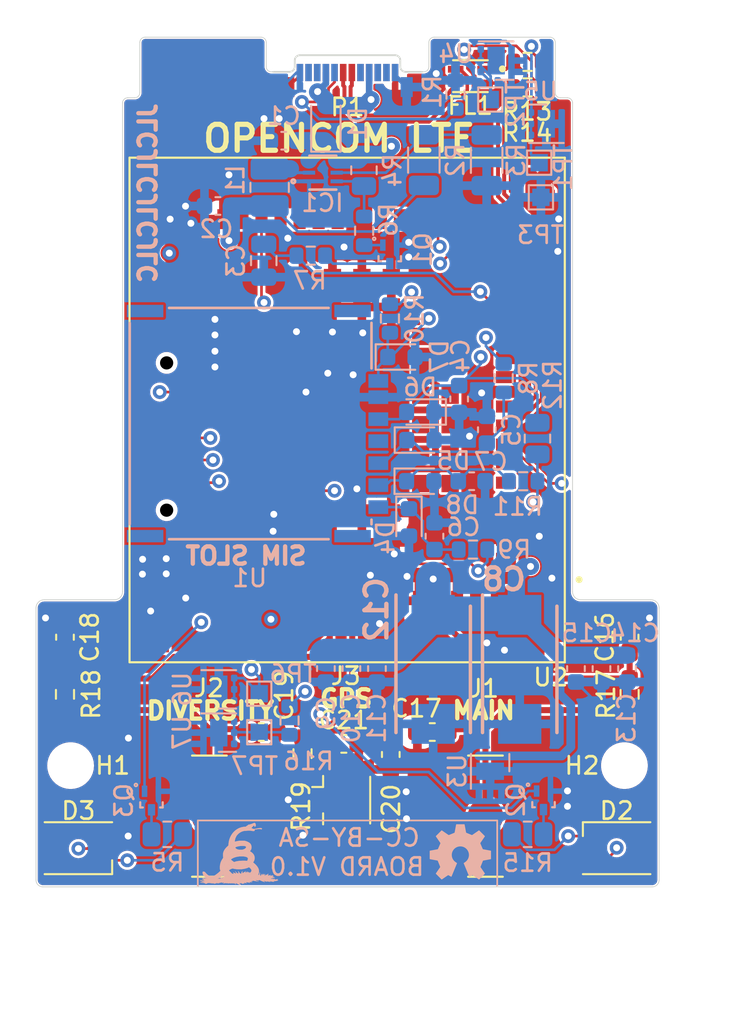
<source format=kicad_pcb>
(kicad_pcb (version 20221018) (generator pcbnew)

  (general
    (thickness 0.8)
  )

  (paper "A4")
  (layers
    (0 "F.Cu" signal)
    (1 "In1.Cu" signal)
    (2 "In2.Cu" signal)
    (31 "B.Cu" signal)
    (32 "B.Adhes" user "B.Adhesive")
    (33 "F.Adhes" user "F.Adhesive")
    (34 "B.Paste" user)
    (35 "F.Paste" user)
    (36 "B.SilkS" user "B.Silkscreen")
    (37 "F.SilkS" user "F.Silkscreen")
    (38 "B.Mask" user)
    (39 "F.Mask" user)
    (40 "Dwgs.User" user "User.Drawings")
    (41 "Cmts.User" user "User.Comments")
    (42 "Eco1.User" user "User.Eco1")
    (43 "Eco2.User" user "User.Eco2")
    (44 "Edge.Cuts" user)
    (45 "Margin" user)
    (46 "B.CrtYd" user "B.Courtyard")
    (47 "F.CrtYd" user "F.Courtyard")
    (48 "B.Fab" user)
    (49 "F.Fab" user)
    (50 "User.1" user)
    (51 "User.2" user)
    (52 "User.3" user)
    (53 "User.4" user)
    (54 "User.5" user)
    (55 "User.6" user)
    (56 "User.7" user)
    (57 "User.8" user)
    (58 "User.9" user)
  )

  (setup
    (stackup
      (layer "F.SilkS" (type "Top Silk Screen"))
      (layer "F.Paste" (type "Top Solder Paste"))
      (layer "F.Mask" (type "Top Solder Mask") (thickness 0.01))
      (layer "F.Cu" (type "copper") (thickness 0.035))
      (layer "dielectric 1" (type "prepreg") (thickness 0.1) (material "FR4") (epsilon_r 4.5) (loss_tangent 0.02))
      (layer "In1.Cu" (type "copper") (thickness 0.035))
      (layer "dielectric 2" (type "core") (thickness 0.44) (material "FR4") (epsilon_r 4.5) (loss_tangent 0.02))
      (layer "In2.Cu" (type "copper") (thickness 0.035))
      (layer "dielectric 3" (type "prepreg") (thickness 0.1) (material "FR4") (epsilon_r 4.5) (loss_tangent 0.02))
      (layer "B.Cu" (type "copper") (thickness 0.035))
      (layer "B.Mask" (type "Bottom Solder Mask") (thickness 0.01))
      (layer "B.Paste" (type "Bottom Solder Paste"))
      (layer "B.SilkS" (type "Bottom Silk Screen"))
      (copper_finish "None")
      (dielectric_constraints no)
    )
    (pad_to_mask_clearance 0)
    (pcbplotparams
      (layerselection 0x00010fc_ffffffff)
      (plot_on_all_layers_selection 0x0000000_00000000)
      (disableapertmacros false)
      (usegerberextensions false)
      (usegerberattributes true)
      (usegerberadvancedattributes true)
      (creategerberjobfile true)
      (dashed_line_dash_ratio 12.000000)
      (dashed_line_gap_ratio 3.000000)
      (svgprecision 4)
      (plotframeref false)
      (viasonmask false)
      (mode 1)
      (useauxorigin false)
      (hpglpennumber 1)
      (hpglpenspeed 20)
      (hpglpendiameter 15.000000)
      (dxfpolygonmode true)
      (dxfimperialunits true)
      (dxfusepcbnewfont true)
      (psnegative false)
      (psa4output false)
      (plotreference true)
      (plotvalue true)
      (plotinvisibletext false)
      (sketchpadsonfab false)
      (subtractmaskfromsilk false)
      (outputformat 1)
      (mirror false)
      (drillshape 0)
      (scaleselection 1)
      (outputdirectory "gen/")
    )
  )

  (net 0 "")
  (net 1 "VBUS")
  (net 2 "GND")
  (net 3 "+3V8")
  (net 4 "/POWER_GOOD")
  (net 5 "/USIM_PRESENCE")
  (net 6 "/ANT_MAIN")
  (net 7 "/ANT_DIV")
  (net 8 "/ANT_GNSS")
  (net 9 "Net-(J3-In)")
  (net 10 "Net-(D1-A)")
  (net 11 "Net-(D2-K)")
  (net 12 "Net-(D3-K)")
  (net 13 "/USB_D+")
  (net 14 "/USB_D-")
  (net 15 "Net-(IC1-SW)")
  (net 16 "Net-(IC1-FB)")
  (net 17 "Net-(IC1-PG)")
  (net 18 "Net-(P1-CC)")
  (net 19 "unconnected-(P1-VCONN-PadB5)")
  (net 20 "Net-(Q1-B)")
  (net 21 "Net-(Q1-C)")
  (net 22 "/NETLIGHT")
  (net 23 "Net-(Q2-C)")
  (net 24 "/STATUS")
  (net 25 "Net-(Q3-C)")
  (net 26 "/USIM_RST")
  (net 27 "/USIM_CLK")
  (net 28 "/VDD_EXT")
  (net 29 "/USIM_DATA")
  (net 30 "Net-(R13-Pad1)")
  (net 31 "Net-(R14-Pad1)")
  (net 32 "Net-(R16-Pad2)")
  (net 33 "Net-(U2-USB_BOOT)")
  (net 34 "unconnected-(U1-VPP-PadC6)")
  (net 35 "unconnected-(U2-RESET_N-Pad17)")
  (net 36 "unconnected-(U2-PCM_DOUT-Pad7)")
  (net 37 "unconnected-(U2-PCM_DIN-Pad6)")
  (net 38 "unconnected-(U2-PCM_SYNC-Pad5)")
  (net 39 "unconnected-(U2-PCM_CLK-Pad4)")
  (net 40 "unconnected-(U2-RI-Pad39)")
  (net 41 "unconnected-(U2-DCD-Pad38)")
  (net 42 "unconnected-(U2-RTS-Pad37)")
  (net 43 "unconnected-(U2-CTS-Pad36)")
  (net 44 "unconnected-(U2-TXD-Pad35)")
  (net 45 "unconnected-(U2-RXD-Pad34)")
  (net 46 "unconnected-(U2-I2C_SCL-Pad40)")
  (net 47 "unconnected-(U2-I2C_SDA-Pad41)")
  (net 48 "unconnected-(U2-ADC0-Pad24)")
  (net 49 "unconnected-(U2-AP_READY-Pad19)")
  (net 50 "unconnected-(U2-DTR-Pad30)")
  (net 51 "unconnected-(U2-SPI_MISO-Pad28)")
  (net 52 "unconnected-(U2-SPI_MOSI-Pad27)")
  (net 53 "unconnected-(U2-SPI_CLK-Pad26)")
  (net 54 "unconnected-(U2-USIM2_RST-Pad85)")
  (net 55 "unconnected-(U2-USIM2_CLK-Pad84)")
  (net 56 "unconnected-(U2-USIM2_PRESENCE-Pad83)")
  (net 57 "unconnected-(U2-USIM2_DATA-Pad86)")
  (net 58 "unconnected-(U2-USIM2_VDD-Pad87)")
  (net 59 "/USIM_VDD")
  (net 60 "Net-(U1-RST)")
  (net 61 "Net-(U1-CLK)")
  (net 62 "Net-(U1-I{slash}O)")
  (net 63 "Net-(C17-Pad1)")
  (net 64 "Net-(C19-Pad1)")
  (net 65 "/USBC_D+")
  (net 66 "/USBC_D-")
  (net 67 "unconnected-(U2-RESERVED-Pad18)")
  (net 68 "unconnected-(U2-DBG_RXD-Pad22)")

  (footprint "CONSMA002-SMD:LINX_CONSMA002-SMD" (layer "F.Cu") (at 151.72 142.15))

  (footprint "Resistor_SMD:R_0603_1608Metric" (layer "F.Cu") (at 154.15 98.575 180))

  (footprint "Resistor_SMD:R_0603_1608Metric_Pad0.98x0.95mm_HandSolder" (layer "F.Cu") (at 160.05 135.1125 -90))

  (footprint "LED_SMD:LED_Cree-PLCC4_3.2x2.8mm_CCW" (layer "F.Cu") (at 128.2 144 180))

  (footprint "Capacitor_SMD:C_0603_1608Metric_Pad1.08x0.95mm_HandSolder" (layer "F.Cu") (at 146.25 138.5875 -90))

  (footprint "Resistor_SMD:R_0603_1608Metric_Pad0.98x0.95mm_HandSolder" (layer "F.Cu") (at 141.15 138.5375 -90))

  (footprint "Connector_USB:USB_C_Plug_Molex_105444" (layer "F.Cu") (at 143.75 99.15))

  (footprint "MountingHole:MountingHole_2.2mm_M2" (layer "F.Cu") (at 159.75 139.23))

  (footprint "LED_SMD:LED_Cree-PLCC4_3.2x2.8mm_CCW" (layer "F.Cu") (at 159.3 144))

  (footprint "CONSMA002-SMD:LINX_CONSMA002-SMD" (layer "F.Cu") (at 135.77 142.15))

  (footprint "Capacitor_SMD:C_0603_1608Metric_Pad1.08x0.95mm_HandSolder" (layer "F.Cu") (at 160.05 131.8125 90))

  (footprint "Capacitor_SMD:C_0603_1608Metric_Pad1.08x0.95mm_HandSolder" (layer "F.Cu") (at 138.7675 137.29))

  (footprint "Capacitor_SMD:C_0603_1608Metric_Pad1.08x0.95mm_HandSolder" (layer "F.Cu") (at 127.425 131.8125 90))

  (footprint "Capacitor_SMD:C_0603_1608Metric_Pad1.08x0.95mm_HandSolder" (layer "F.Cu") (at 148.6475 137.29 180))

  (footprint "Capacitor_SMD:C_0603_1608Metric_Pad1.08x0.95mm_HandSolder" (layer "F.Cu") (at 143.5375 137.975))

  (footprint "Resistor_SMD:R_0603_1608Metric_Pad0.98x0.95mm_HandSolder" (layer "F.Cu") (at 127.425 135.1125 -90))

  (footprint "MountingHole:MountingHole_2.2mm_M2" (layer "F.Cu") (at 127.75 139.23))

  (footprint "Resistor_SMD:R_0603_1608Metric" (layer "F.Cu") (at 154.15 100.05 180))

  (footprint "DLW21SN900SQ2L:FIL_DLW21SN900SQ2L" (layer "F.Cu") (at 150.85 99.4 180))

  (footprint "EG95:XCVR_EG95" (layer "F.Cu")
    (tstamp f851ed5b-4e23-405b-b1aa-e8d65dde7576)
    (at 143.73 118.685 180)
    (property "MANUFACTURER" "Quectel")
    (property "MAXIMUM_PACKAGE_HEIGHT" "2.5mm")
    (property "PARTREV" "1.5")
    (property "STANDARD" "Manufacturer Recommendations")
    (property "Sheetfile" "Roamer.kicad_sch")
    (property "Sheetname" "")
    (path "/e6a6b14f-fc94-4e9b-b34c-71e0e50cdc39")
    (attr smd)
    (fp_text reference "U2" (at -11.76 -15.445) (layer "F.SilkS")
        (effects (font (size 1 1) (thickness 0.153)))
      (tstamp 1d464947-5842-4187-a9bd-c30a4e55b624)
    )
    (fp_text value "EG95" (at -12.635 15.715) (layer "F.Fab")
        (effects (font (size 1 1) (thickness 0.15)))
      (tstamp 7b80973e-b338-4301-a0a8-35a68cefc798)
    )
    (fp_circle (center -5.95 -4.25) (end -5.478 -4.25)
      (stroke (width 0) (type solid)) (fill solid) (layer "F.Paste") (tstamp 67d3b74d-81a9-43e5-82a0-a58ecb94a205))
    (fp_circle (center -5.95 -2.55) (end -5.478 -2.55)
      (stroke (width 0) (type solid)) (fill solid) (layer "F.Paste") (tstamp 12d7749c-79c9-41a7-b0f5-19f3bfe17632))
    (fp_circle (center -5.95 -0.85) (end -5.478 -0.85)
      (stroke (width 0) (type solid)) (fill solid) (layer "F.Paste") (tstamp 4e384b70-bee1-4f3c-923a-35ca47ab2658))
    (fp_circle (center -5.95 0.85) (end -5.478 0.85)
      (stroke (width 0) (type solid)) (fill solid) (layer "F.Paste") (tstamp 6d05fc8f-1146-4558-87f4-124d02db3765))
    (fp_circle (center -5.95 2.55) (end -5.478 2.55)
      (stroke (width 0) (type solid)) (fill solid) (layer "F.Paste") (tstamp 357ed333-a131-4460-9f03-f99d16791163))
    (fp_circle (center -5.95 4.25) (end -5.478 4.25)
      (stroke (width 0) (type solid)) (fill solid) (layer "F.Paste") (tstamp 63f94867-3c9e-4667-930a-fee0f1e2ebe2))
    (fp_circle (center -4.25 -4.25) (end -3.778 -4.25)
      (stroke (width 0) (type solid)) (fill solid) (layer "F.Paste") (tstamp 13cc66c6-7510-4e83-a694-d08949b734e5))
    (fp_circle (center -4.25 -2.55) (end -3.778 -2.55)
      (stroke (width 0) (type solid)) (fill solid) (layer "F.Paste") (tstamp 8c7a9cf3-ddbd-4b7c-bebc-49031a5e6d73))
    (fp_circle (center -4.25 -0.85) (end -3.778 -0.85)
      (stroke (width 0) (type solid)) (fill solid) (layer "F.Paste") (tstamp 3d9d3b4e-af9b-4dbc-9336-c29b3746faba))
    (fp_circle (center -4.25 0.85) (end -3.778 0.85)
      (stroke (width 0) (type solid)) (fill solid) (layer "F.Paste") (tstamp 690ddcd6-4d8e-42c0-ad75-ff9db3797b01))
    (fp_circle (center -4.25 2.55) (end -3.778 2.55)
      (stroke (width 0) (type solid)) (fill solid) (layer "F.Paste") (tstamp 75b36f97-51b2-4f40-b557-750c42c33062))
    (fp_circle (center -4.25 4.25) (end -3.778 4.25)
      (stroke (width 0) (type solid)) (fill solid) (layer "F.Paste") (tstamp 4e758d36-1513-487c-9267-fc087fa18d60))
    (fp_circle (center -2.55 -7.65) (end -2.078 -7.65)
      (stroke (width 0) (type solid)) (fill solid) (layer "F.Paste") (tstamp 3633692c-49f1-42ca-94b0-b891b5a33b8a))
    (fp_circle (center -2.55 -5.95) (end -2.078 -5.95)
      (stroke (width 0) (type solid)) (fill solid) (layer "F.Paste") (tstamp daf7962a-2a44-472f-b9c9-8c84ea1849f8))
    (fp_circle (center -2.55 5.95) (end -2.078 5.95)
      (stroke (width 0) (type solid)) (fill solid) (layer "F.Paste") (tstamp 32fabbac-dc5d-4778-92ac-b5c62bce09fe))
    (fp_circle (center -2.55 7.65) (end -2.078 7.65)
      (stroke (width 0) (type solid)) (fill solid) (layer "F.Paste") (tstamp b9df1aa6-a689-4293-8753-7c59f8230178))
    (fp_circle (center -0.85 -7.65) (end -0.378 -7.65)
      (stroke (width 0) (type solid)) (fill solid) (layer "F.Paste") (tstamp 4d0be172-5136-470d-b73a-7a8cb51ed73c))
    (fp_circle (center -0.85 -5.95) (end -0.378 -5.95)
      (stroke (width 0) (type solid)) (fill solid) (layer "F.Paste") (tstamp e9ad7bc7-db7f-41e8-8090-37c9b439c87a))
    (fp_circle (center -0.85 5.95) (end -0.378 5.95)
      (stroke (width 0) (type solid)) (fill solid) (layer "F.Paste") (tstamp 4a30cd4e-e496-41e4-82a6-3686d3ecb188))
    (fp_circle (center -0.85 7.65) (end -0.378 7.65)
      (stroke (width 0) (type solid)) (fill solid) (layer "F.Paste") (tstamp 55b8e7ce-c026-444a-87d3-c25fb53b51c9))
    (fp_circle (center 0.85 -7.65) (end 1.322 -7.65)
      (stroke (width 0) (type solid)) (fill solid) (layer "F.Paste") (tstamp 32b20396-c9b0-4873-b9ba-fa2c66fc98d1))
    (fp_circle (center 0.85 -5.95) (end 1.322 -5.95)
      (stroke (width 0) (type solid)) (fill solid) (layer "F.Paste") (tstamp e03b0b90-06f2-4e0d-a234-628bf843efeb))
    (fp_circle (center 0.85 5.95) (end 1.322 5.95)
      (stroke (width 0) (type solid)) (fill solid) (layer "F.Paste") (tstamp 117ba3fd-2c95-455c-a1fb-79870f2b7c3e))
    (fp_circle (center 0.85 7.65) (end 1.322 7.65)
      (stroke (width 0) (type solid)) (fill solid) (layer "F.Paste") (tstamp 9cebe8bb-5944-4532-84f3-4db69cb5a267))
    (fp_circle (center 2.55 -7.65) (end 3.022 -7.65)
      (stroke (width 0) (type solid)) (fill solid) (layer "F.Paste") (tstamp 4591d32e-0bfd-40f2-a436-d8c4a8df7b9c))
    (fp_circle (center 2.55 -5.95) (end 3.022 -5.95)
      (stroke (width 0) (type solid)) (fill solid) (layer "F.Paste") (tstamp 27feb6eb-48a0-44e1-945e-be4be8aa40cb))
    (fp_circle (center 2.55 5.95) (end 3.022 5.95)
      (stroke (width 0) (type solid)) (fill solid) (layer "F.Paste") (tstamp d0d20436-b778-4fa3-9675-56b791c3d56f))
    (fp_circle (center 2.55 7.65) (end 3.022 7.65)
      (stroke (width 0) (type solid)) (fill solid) (layer "F.Paste") (tstamp defa867d-6b76-49c8-bb58-cf6b459a29a2))
    (fp_circle (center 4.25 -4.25) (end 4.722 -4.25)
      (stroke (width 0) (type solid)) (fill solid) (layer "F.Paste") (tstamp 025de2ef-81a6-402c-bdfe-0f3340f36076))
    (fp_circle (center 4.25 -2.55) (end 4.722 -2.55)
      (stroke (width 0) (type solid)) (fill solid) (layer "F.Paste") (tstamp 920f3030-f3a9-49d9-98b1-ba1e7a6cde5b))
    (fp_circle (center 4.25 -0.85) (end 4.722 -0.85)
      (stroke (width 0) (type solid)) (fill solid) (layer "F.Paste") (tstamp cf2d715c-b57e-4e29-b1b7-62efa84a9561))
    (fp_circle (center 4.25 0.85) (end 4.722 0.85)
      (stroke (width 0) (type solid)) (fill solid) (layer "F.Paste") (tstamp ca71414b-1dcf-458c-9ec7-99f7644ea8d3))
    (fp_circle (center 4.25 2.55) (end 4.722 2.55)
      (stroke (width 0) (type solid)) (fill solid) (layer "F.Paste") (tstamp c74df507-238b-4f61-b908-673a0ad914c0))
    (fp_circle (center 4.25 4.25) (end 4.722 4.25)
      (stroke (width 0) (type solid)) (fill solid) (layer "F.Paste") (tstamp 89941a95-52f2-4f01-b5ae-ea2ee97dc086))
    (fp_circle (center 5.95 -4.25) (end 6.422 -4.25)
      (stroke (width 0) (type solid)) (fill solid) (layer "F.Paste") (tstamp 464d7fed-1c31-488c-ad54-5f06dec5a552))
    (fp_circle (center 5.95 -2.55) (end 6.422 -2.55)
      (stroke (width 0) (type solid)) (fill solid) (layer "F.Paste") (tstamp 7989918b-1f57-4399-89ef-f58e0c36eb2c))
    (fp_circle (center 5.95 -0.85) (end 6.422 -0.85)
      (stroke (width 0) (type solid)) (fill solid) (layer "F.Paste") (tstamp 338601a2-47bf-49f9-ba85-32e5a710140d))
    (fp_circle (center 5.95 0.85) (end 6.422 0.85)
      (stroke (width 0) (type solid)) (fill solid) (layer "F.Paste") (tstamp 12da4203-b063-4a2b-968e-3657dc112560))
    (fp_circle (center 5.95 2.55) (end 6.422 2.55)
      (stroke (width 0) (type solid)) (fill solid) (layer "F.Paste") (tstamp 7f6528a6-3a92-4aca-ba64-fc076fca4400))
    (fp_circle (center 5.95 4.25) (end 6.422 4.25)
      (stroke (width 0) (type solid)) (fill solid) (layer "F.Paste") (tstamp faf3a879-e27f-4ff1-b81f-1530938d56fc))
    (fp_poly
      (pts
        (xy -11.66 -13.66)
        (xy -10.64 -13.66)
        (xy -10.64 -12.64)
        (xy -11.66 -12.64)
      )

      (stroke (width 0.01) (type solid)) (fill solid) (layer "F.Paste") (tstamp a4cf9f7c-fc80-4a6e-8aed-8618a06b9c70))
    (fp_poly
      (pts
        (xy -10.54 13.56)
        (xy -10.78 13.56)
        (xy -11.56 12.78)
        (xy -11.56 12.54)
        (xy -10.54 12.54)
      )

      (stroke (width 0.0001) (type solid)) (fill solid) (layer "F.Paste") (tstamp 36e8bdf4-fab0-480a-ae07-fd85752c3d27))
    (fp_poly
      (pts
        (xy -10.54 13.56)
        (xy -10.78 13.56)
        (xy -11.56 12.78)
        (xy -11.56 12.54)
        (xy -10.54 12.54)
      )

      (stroke (width 0.0001) (type solid)) (fill solid) (layer "F.Paste") (tstamp fb33d6b7-c026-42c4-b8ab-e0e13b2d656e))
    (fp_poly
      (pts
        (xy 10.54 -13.56)
        (xy 10.78 -13.56)
        (xy 11.56 -12.78)
        (xy 11.56 -12.54)
        (xy 10.54 -12.54)
      )

      (stroke (width 0.0001) (type solid)) (fill solid) (layer "F.Paste") (tstamp 74c62a22-a856-4ac7-bb7a-1febdc12e728))
    (fp_poly
      (pts
        (xy 10.54 13.56)
        (xy 10.78 13.56)
        (xy 11.56 12.78)
        (xy 11.56 12.54)
        (xy 10.54 12.54)
      )

      (stroke (width 0.0001) (type solid)) (fill solid) (layer "F.Paste") (tstamp c4360858-c8a5-42dc-836e-f31e91c33908))
    (fp_poly
      (pts
        (xy -9.525 -9.98)
        (xy -8.825 -9.98)
        (xy -8.819 -9.98)
        (xy -8.814 -9.979)
        (xy -8.808 -9.979)
        (xy -8.802 -9.978)
        (xy -8.797 -9.976)
        (xy -8.791 -9.975)
        (xy -8.786 -9.973)
        (xy -8.78 -9.97)
        (xy -8.775 -9.968)
        (xy -8.77 -9.965)
        (xy -8.765 -9.962)
        (xy -8.76 -9.959)
        (xy -8.756 -9.955)
        (xy -8.751 -9.952)
        (xy -8.747 -9.948)
        (xy -8.743 -9.944)
        (xy -8.74 -9.939)
        (xy -8.736 -9.935)
        (xy -8.733 -9.93)
        (xy -8.73 -9.925)
        (xy -8.727 -9.92)
        (xy -8.725 -9.915)
        (xy -8.722 -9.909)
        (xy -8.72 -9.904)
        (xy -8.719 -9.898)
        (xy -8.717 -9.893)
        (xy -8.716 -9.887)
        (xy -8.716 -9.881)
        (xy -8.715 -9.876)
        (xy -8.715 -9.87)
        (xy -8.715 -9.53)
        (xy -8.715 -9.524)
        (xy -8.716 -9.519)
        (xy -8.716 -9.513)
        (xy -8.717 -9.507)
        (xy -8.719 -9.502)
        (xy -8.72 -9.496)
        (xy -8.722 -9.491)
        (xy -8.725 -9.485)
        (xy -8.727 -9.48)
        (xy -8.73 -9.475)
        (xy -8.733 -9.47)
        (xy -8.736 -9.465)
        (xy -8.74 -9.461)
        (xy -8.743 -9.456)
        (xy -8.747 -9.452)
        (xy -8.751 -9.448)
        (xy -8.756 -9.445)
        (xy -8.76 -9.441)
        (xy -8.765 -9.438)
        (xy -8.77 -9.435)
        (xy -8.775 -9.432)
        (xy -8.78 -9.43)
        (xy -8.786 -9.427)
        (xy -8.791 -9.425)
        (xy -8.797 -9.424)
        (xy -8.802 -9.422)
        (xy -8.808 -9.421)
        (xy -8.814 -9.421)
        (xy -8.819 -9.42)
        (xy -8.825 -9.42)
        (xy -9.525 -9.42)
        (xy -9.531 -9.42)
        (xy -9.536 -9.421)
        (xy -9.542 -9.421)
        (xy -9.548 -9.422)
        (xy -9.553 -9.424)
        (xy -9.559 -9.425)
        (xy -9.564 -9.427)
        (xy -9.57 -9.43)
        (xy -9.575 -9.432)
        (xy -9.58 -9.435)
        (xy -9.585 -9.438)
        (xy -9.59 -9.441)
        (xy -9.594 -9.445)
        (xy -9.599 -9.448)
        (xy -9.603 -9.452)
        (xy -9.607 -9.456)
        (xy -9.61 -9.461)
        (xy -9.614 -9.465)
        (xy -9.617 -9.47)
        (xy -9.62 -9.475)
        (xy -9.623 -9.48)
        (xy -9.625 -9.485)
        (xy -9.628 -9.491)
        (xy -9.63 -9.496)
        (xy -9.631 -9.502)
        (xy -9.633 -9.507)
        (xy -9.634 -9.513)
        (xy -9.634 -9.519)
        (xy -9.635 -9.524)
        (xy -9.635 -9.53)
        (xy -9.635 -9.87)
        (xy -9.635 -9.876)
        (xy -9.634 -9.881)
        (xy -9.634 -9.887)
        (xy -9.633 -9.893)
        (xy -9.631 -9.898)
        (xy -9.63 -9.904)
        (xy -9.628 -9.909)
        (xy -9.625 -9.915)
        (xy -9.623 -9.92)
        (xy -9.62 -9.925)
        (xy -9.617 -9.93)
        (xy -9.614 -9.935)
        (xy -9.61 -9.939)
        (xy -9.607 -9.944)
        (xy -9.603 -9.948)
        (xy -9.599 -9.952)
        (xy -9.594 -9.955)
        (xy -9.59 -9.959)
        (xy -9.585 -9.962)
        (xy -9.58 -9.965)
        (xy -9.575 -9.968)
        (xy -9.57 -9.97)
        (xy -9.564 -9.973)
        (xy -9.559 -9.975)
        (xy -9.553 -9.976)
        (xy -9.548 -9.978)
        (xy -9.542 -9.979)
        (xy -9.536 -9.979)
        (xy -9.531 -9.98)
        (xy -9.525 -9.98)
      )

      (stroke (width 0.0001) (type solid)) (fill solid) (layer "F.Paste") (tstamp 381fb920-c57b-4d2c-bff1-181bec3e7f23))
    (fp_poly
      (pts
        (xy -9.525 -8.88)
        (xy -8.825 -8.88)
        (xy -8.819 -8.88)
        (xy -8.814 -8.879)
        (xy -8.808 -8.879)
        (xy -8.802 -8.878)
        (xy -8.797 -8.876)
        (xy -8.791 -8.875)
        (xy -8.786 -8.873)
        (xy -8.78 -8.87)
        (xy -8.775 -8.868)
        (xy -8.77 -8.865)
        (xy -8.765 -8.862)
        (xy -8.76 -8.859)
        (xy -8.756 -8.855)
        (xy -8.751 -8.852)
        (xy -8.747 -8.848)
        (xy -8.743 -8.844)
        (xy -8.74 -8.839)
        (xy -8.736 -8.835)
        (xy -8.733 -8.83)
        (xy -8.73 -8.825)
        (xy -8.727 -8.82)
        (xy -8.725 -8.815)
        (xy -8.722 -8.809)
        (xy -8.72 -8.804)
        (xy -8.719 -8.798)
        (xy -8.717 -8.793)
        (xy -8.716 -8.787)
        (xy -8.716 -8.781)
        (xy -8.715 -8.776)
        (xy -8.715 -8.77)
        (xy -8.715 -8.43)
        (xy -8.715 -8.424)
        (xy -8.716 -8.419)
        (xy -8.716 -8.413)
        (xy -8.717 -8.407)
        (xy -8.719 -8.402)
        (xy -8.72 -8.396)
        (xy -8.722 -8.391)
        (xy -8.725 -8.385)
        (xy -8.727 -8.38)
        (xy -8.73 -8.375)
        (xy -8.733 -8.37)
        (xy -8.736 -8.365)
        (xy -8.74 -8.361)
        (xy -8.743 -8.356)
        (xy -8.747 -8.352)
        (xy -8.751 -8.348)
        (xy -8.756 -8.345)
        (xy -8.76 -8.341)
        (xy -8.765 -8.338)
        (xy -8.77 -8.335)
        (xy -8.775 -8.332)
        (xy -8.78 -8.33)
        (xy -8.786 -8.327)
        (xy -8.791 -8.325)
        (xy -8.797 -8.324)
        (xy -8.802 -8.322)
        (xy -8.808 -8.321)
        (xy -8.814 -8.321)
        (xy -8.819 -8.32)
        (xy -8.825 -8.32)
        (xy -9.525 -8.32)
        (xy -9.531 -8.32)
        (xy -9.536 -8.321)
        (xy -9.542 -8.321)
        (xy -9.548 -8.322)
        (xy -9.553 -8.324)
        (xy -9.559 -8.325)
        (xy -9.564 -8.327)
        (xy -9.57 -8.33)
        (xy -9.575 -8.332)
        (xy -9.58 -8.335)
        (xy -9.585 -8.338)
        (xy -9.59 -8.341)
        (xy -9.594 -8.345)
        (xy -9.599 -8.348)
        (xy -9.603 -8.352)
        (xy -9.607 -8.356)
        (xy -9.61 -8.361)
        (xy -9.614 -8.365)
        (xy -9.617 -8.37)
        (xy -9.62 -8.375)
        (xy -9.623 -8.38)
        (xy -9.625 -8.385)
        (xy -9.628 -8.391)
        (xy -9.63 -8.396)
        (xy -9.631 -8.402)
        (xy -9.633 -8.407)
        (xy -9.634 -8.413)
        (xy -9.634 -8.419)
        (xy -9.635 -8.424)
        (xy -9.635 -8.43)
        (xy -9.635 -8.77)
        (xy -9.635 -8.776)
        (xy -9.634 -8.781)
        (xy -9.634 -8.787)
        (xy -9.633 -8.793)
        (xy -9.631 -8.798)
        (xy -9.63 -8.804)
        (xy -9.628 -8.809)
        (xy -9.625 -8.815)
        (xy -9.623 -8.82)
        (xy -9.62 -8.825)
        (xy -9.617 -8.83)
        (xy -9.614 -8.835)
        (xy -9.61 -8.839)
        (xy -9.607 -8.844)
        (xy -9.603 -8.848)
        (xy -9.599 -8.852)
        (xy -9.594 -8.855)
        (xy -9.59 -8.859)
        (xy -9.585 -8.862)
        (xy -9.58 -8.865)
        (xy -9.575 -8.868)
        (xy -9.57 -8.87)
        (xy -9.564 -8.873)
        (xy -9.559 -8.875)
        (xy -9.553 -8.876)
        (xy -9.548 -8.878)
        (xy -9.542 -8.879)
        (xy -9.536 -8.879)
        (xy -9.531 -8.88)
        (xy -9.525 -8.88)
      )

      (stroke (width 0.0001) (type solid)) (fill solid) (layer "F.Paste") (tstamp 15a79106-df97-4493-8a49-601ca5566463))
    (fp_poly
      (pts
        (xy -9.525 -7.78)
        (xy -8.825 -7.78)
        (xy -8.819 -7.78)
        (xy -8.814 -7.779)
        (xy -8.808 -7.779)
        (xy -8.802 -7.778)
        (xy -8.797 -7.776)
        (xy -8.791 -7.775)
        (xy -8.786 -7.773)
        (xy -8.78 -7.77)
        (xy -8.775 -7.768)
        (xy -8.77 -7.765)
        (xy -8.765 -7.762)
        (xy -8.76 -7.759)
        (xy -8.756 -7.755)
        (xy -8.751 -7.752)
        (xy -8.747 -7.748)
        (xy -8.743 -7.744)
        (xy -8.74 -7.739)
        (xy -8.736 -7.735)
        (xy -8.733 -7.73)
        (xy -8.73 -7.725)
        (xy -8.727 -7.72)
        (xy -8.725 -7.715)
        (xy -8.722 -7.709)
        (xy -8.72 -7.704)
        (xy -8.719 -7.698)
        (xy -8.717 -7.693)
        (xy -8.716 -7.687)
        (xy -8.716 -7.681)
        (xy -8.715 -7.676)
        (xy -8.715 -7.67)
        (xy -8.715 -7.33)
        (xy -8.715 -7.324)
        (xy -8.716 -7.319)
        (xy -8.716 -7.313)
        (xy -8.717 -7.307)
        (xy -8.719 -7.302)
        (xy -8.72 -7.296)
        (xy -8.722 -7.291)
        (xy -8.725 -7.285)
        (xy -8.727 -7.28)
        (xy -8.73 -7.275)
        (xy -8.733 -7.27)
        (xy -8.736 -7.265)
        (xy -8.74 -7.261)
        (xy -8.743 -7.256)
        (xy -8.747 -7.252)
        (xy -8.751 -7.248)
        (xy -8.756 -7.245)
        (xy -8.76 -7.241)
        (xy -8.765 -7.238)
        (xy -8.77 -7.235)
        (xy -8.775 -7.232)
        (xy -8.78 -7.23)
        (xy -8.786 -7.227)
        (xy -8.791 -7.225)
        (xy -8.797 -7.224)
        (xy -8.802 -7.222)
        (xy -8.808 -7.221)
        (xy -8.814 -7.221)
        (xy -8.819 -7.22)
        (xy -8.825 -7.22)
        (xy -9.525 -7.22)
        (xy -9.531 -7.22)
        (xy -9.536 -7.221)
        (xy -9.542 -7.221)
        (xy -9.548 -7.222)
        (xy -9.553 -7.224)
        (xy -9.559 -7.225)
        (xy -9.564 -7.227)
        (xy -9.57 -7.23)
        (xy -9.575 -7.232)
        (xy -9.58 -7.235)
        (xy -9.585 -7.238)
        (xy -9.59 -7.241)
        (xy -9.594 -7.245)
        (xy -9.599 -7.248)
        (xy -9.603 -7.252)
        (xy -9.607 -7.256)
        (xy -9.61 -7.261)
        (xy -9.614 -7.265)
        (xy -9.617 -7.27)
        (xy -9.62 -7.275)
        (xy -9.623 -7.28)
        (xy -9.625 -7.285)
        (xy -9.628 -7.291)
        (xy -9.63 -7.296)
        (xy -9.631 -7.302)
        (xy -9.633 -7.307)
        (xy -9.634 -7.313)
        (xy -9.634 -7.319)
        (xy -9.635 -7.324)
        (xy -9.635 -7.33)
        (xy -9.635 -7.67)
        (xy -9.635 -7.676)
        (xy -9.634 -7.681)
        (xy -9.634 -7.687)
        (xy -9.633 -7.693)
        (xy -9.631 -7.698)
        (xy -9.63 -7.704)
        (xy -9.628 -7.709)
        (xy -9.625 -7.715)
        (xy -9.623 -7.72)
        (xy -9.62 -7.725)
        (xy -9.617 -7.73)
        (xy -9.614 -7.735)
        (xy -9.61 -7.739)
        (xy -9.607 -7.744)
        (xy -9.603 -7.748)
        (xy -9.599 -7.752)
        (xy -9.594 -7.755)
        (xy -9.59 -7.759)
        (xy -9.585 -7.762)
        (xy -9.58 -7.765)
        (xy -9.575 -7.768)
        (xy -9.57 -7.77)
        (xy -9.564 -7.773)
        (xy -9.559 -7.775)
        (xy -9.553 -7.776)
        (xy -9.548 -7.778)
        (xy -9.542 -7.779)
        (xy -9.536 -7.779)
        (xy -9.531 -7.78)
        (xy -9.525 -7.78)
      )

      (stroke (width 0.0001) (type solid)) (fill solid) (layer "F.Paste") (tstamp 0c575af3-6ed1-46a3-bfde-38643bb7e524))
    (fp_poly
      (pts
        (xy -9.525 -6.68)
        (xy -8.825 -6.68)
        (xy -8.819 -6.68)
        (xy -8.814 -6.679)
        (xy -8.808 -6.679)
        (xy -8.802 -6.678)
        (xy -8.797 -6.676)
        (xy -8.791 -6.675)
        (xy -8.786 -6.673)
        (xy -8.78 -6.67)
        (xy -8.775 -6.668)
        (xy -8.77 -6.665)
        (xy -8.765 -6.662)
        (xy -8.76 -6.659)
        (xy -8.756 -6.655)
        (xy -8.751 -6.652)
        (xy -8.747 -6.648)
        (xy -8.743 -6.644)
        (xy -8.74 -6.639)
        (xy -8.736 -6.635)
        (xy -8.733 -6.63)
        (xy -8.73 -6.625)
        (xy -8.727 -6.62)
        (xy -8.725 -6.615)
        (xy -8.722 -6.609)
        (xy -8.72 -6.604)
        (xy -8.719 -6.598)
        (xy -8.717 -6.593)
        (xy -8.716 -6.587)
        (xy -8.716 -6.581)
        (xy -8.715 -6.576)
        (xy -8.715 -6.57)
        (xy -8.715 -6.23)
        (xy -8.715 -6.224)
        (xy -8.716 -6.219)
        (xy -8.716 -6.213)
        (xy -8.717 -6.207)
        (xy -8.719 -6.202)
        (xy -8.72 -6.196)
        (xy -8.722 -6.191)
        (xy -8.725 -6.185)
        (xy -8.727 -6.18)
        (xy -8.73 -6.175)
        (xy -8.733 -6.17)
        (xy -8.736 -6.165)
        (xy -8.74 -6.161)
        (xy -8.743 -6.156)
        (xy -8.747 -6.152)
        (xy -8.751 -6.148)
        (xy -8.756 -6.145)
        (xy -8.76 -6.141)
        (xy -8.765 -6.138)
        (xy -8.77 -6.135)
        (xy -8.775 -6.132)
        (xy -8.78 -6.13)
        (xy -8.786 -6.127)
        (xy -8.791 -6.125)
        (xy -8.797 -6.124)
        (xy -8.802 -6.122)
        (xy -8.808 -6.121)
        (xy -8.814 -6.121)
        (xy -8.819 -6.12)
        (xy -8.825 -6.12)
        (xy -9.525 -6.12)
        (xy -9.531 -6.12)
        (xy -9.536 -6.121)
        (xy -9.542 -6.121)
        (xy -9.548 -6.122)
        (xy -9.553 -6.124)
        (xy -9.559 -6.125)
        (xy -9.564 -6.127)
        (xy -9.57 -6.13)
        (xy -9.575 -6.132)
        (xy -9.58 -6.135)
        (xy -9.585 -6.138)
        (xy -9.59 -6.141)
        (xy -9.594 -6.145)
        (xy -9.599 -6.148)
        (xy -9.603 -6.152)
        (xy -9.607 -6.156)
        (xy -9.61 -6.161)
        (xy -9.614 -6.165)
        (xy -9.617 -6.17)
        (xy -9.62 -6.175)
        (xy -9.623 -6.18)
        (xy -9.625 -6.185)
        (xy -9.628 -6.191)
        (xy -9.63 -6.196)
        (xy -9.631 -6.202)
        (xy -9.633 -6.207)
        (xy -9.634 -6.213)
        (xy -9.634 -6.219)
        (xy -9.635 -6.224)
        (xy -9.635 -6.23)
        (xy -9.635 -6.57)
        (xy -9.635 -6.576)
        (xy -9.634 -6.581)
        (xy -9.634 -6.587)
        (xy -9.633 -6.593)
        (xy -9.631 -6.598)
        (xy -9.63 -6.604)
        (xy -9.628 -6.609)
        (xy -9.625 -6.615)
        (xy -9.623 -6.62)
        (xy -9.62 -6.625)
        (xy -9.617 -6.63)
        (xy -9.614 -6.635)
        (xy -9.61 -6.639)
        (xy -9.607 -6.644)
        (xy -9.603 -6.648)
        (xy -9.599 -6.652)
        (xy -9.594 -6.655)
        (xy -9.59 -6.659)
        (xy -9.585 -6.662)
        (xy -9.58 -6.665)
        (xy -9.575 -6.668)
        (xy -9.57 -6.67)
        (xy -9.564 -6.673)
        (xy -9.559 -6.675)
        (xy -9.553 -6.676)
        (xy -9.548 -6.678)
        (xy -9.542 -6.679)
        (xy -9.536 -6.679)
        (xy -9.531 -6.68)
        (xy -9.525 -6.68)
      )

      (stroke (width 0.0001) (type solid)) (fill solid) (layer "F.Paste") (tstamp 4a9d6eca-1bec-49f3-8d4a-6444aca6165c))
    (fp_poly
      (pts
        (xy -9.525 -5.58)
        (xy -8.825 -5.58)
        (xy -8.819 -5.58)
        (xy -8.814 -5.579)
        (xy -8.808 -5.579)
        (xy -8.802 -5.578)
        (xy -8.797 -5.576)
        (xy -8.791 -5.575)
        (xy -8.786 -5.573)
        (xy -8.78 -5.57)
        (xy -8.775 -5.568)
        (xy -8.77 -5.565)
        (xy -8.765 -5.562)
        (xy -8.76 -5.559)
        (xy -8.756 -5.555)
        (xy -8.751 -5.552)
        (xy -8.747 -5.548)
        (xy -8.743 -5.544)
        (xy -8.74 -5.539)
        (xy -8.736 -5.535)
        (xy -8.733 -5.53)
        (xy -8.73 -5.525)
        (xy -8.727 -5.52)
        (xy -8.725 -5.515)
        (xy -8.722 -5.509)
        (xy -8.72 -5.504)
        (xy -8.719 -5.498)
        (xy -8.717 -5.493)
        (xy -8.716 -5.487)
        (xy -8.716 -5.481)
        (xy -8.715 -5.476)
        (xy -8.715 -5.47)
        (xy -8.715 -5.13)
        (xy -8.715 -5.124)
        (xy -8.716 -5.119)
        (xy -8.716 -5.113)
        (xy -8.717 -5.107)
        (xy -8.719 -5.102)
        (xy -8.72 -5.096)
        (xy -8.722 -5.091)
        (xy -8.725 -5.085)
        (xy -8.727 -5.08)
        (xy -8.73 -5.075)
        (xy -8.733 -5.07)
        (xy -8.736 -5.065)
        (xy -8.74 -5.061)
        (xy -8.743 -5.056)
        (xy -8.747 -5.052)
        (xy -8.751 -5.048)
        (xy -8.756 -5.045)
        (xy -8.76 -5.041)
        (xy -8.765 -5.038)
        (xy -8.77 -5.035)
        (xy -8.775 -5.032)
        (xy -8.78 -5.03)
        (xy -8.786 -5.027)
        (xy -8.791 -5.025)
        (xy -8.797 -5.024)
        (xy -8.802 -5.022)
        (xy -8.808 -5.021)
        (xy -8.814 -5.021)
        (xy -8.819 -5.02)
        (xy -8.825 -5.02)
        (xy -9.525 -5.02)
        (xy -9.531 -5.02)
        (xy -9.536 -5.021)
        (xy -9.542 -5.021)
        (xy -9.548 -5.022)
        (xy -9.553 -5.024)
        (xy -9.559 -5.025)
        (xy -9.564 -5.027)
        (xy -9.57 -5.03)
        (xy -9.575 -5.032)
        (xy -9.58 -5.035)
        (xy -9.585 -5.038)
        (xy -9.59 -5.041)
        (xy -9.594 -5.045)
        (xy -9.599 -5.048)
        (xy -9.603 -5.052)
        (xy -9.607 -5.056)
        (xy -9.61 -5.061)
        (xy -9.614 -5.065)
        (xy -9.617 -5.07)
        (xy -9.62 -5.075)
        (xy -9.623 -5.08)
        (xy -9.625 -5.085)
        (xy -9.628 -5.091)
        (xy -9.63 -5.096)
        (xy -9.631 -5.102)
        (xy -9.633 -5.107)
        (xy -9.634 -5.113)
        (xy -9.634 -5.119)
        (xy -9.635 -5.124)
        (xy -9.635 -5.13)
        (xy -9.635 -5.47)
        (xy -9.635 -5.476)
        (xy -9.634 -5.481)
        (xy -9.634 -5.487)
        (xy -9.633 -5.493)
        (xy -9.631 -5.498)
        (xy -9.63 -5.504)
        (xy -9.628 -5.509)
        (xy -9.625 -5.515)
        (xy -9.623 -5.52)
        (xy -9.62 -5.525)
        (xy -9.617 -5.53)
        (xy -9.614 -5.535)
        (xy -9.61 -5.539)
        (xy -9.607 -5.544)
        (xy -9.603 -5.548)
        (xy -9.599 -5.552)
        (xy -9.594 -5.555)
        (xy -9.59 -5.559)
        (xy -9.585 -5.562)
        (xy -9.58 -5.565)
        (xy -9.575 -5.568)
        (xy -9.57 -5.57)
        (xy -9.564 -5.573)
        (xy -9.559 -5.575)
        (xy -9.553 -5.576)
        (xy -9.548 -5.578)
        (xy -9.542 -5.579)
        (xy -9.536 -5.579)
        (xy -9.531 -5.58)
        (xy -9.525 -5.58)
      )

      (stroke (width 0.0001) (type solid)) (fill solid) (layer "F.Paste") (tstamp e40f3414-f91c-4fbd-a4de-8dc5493441cf))
    (fp_poly
      (pts
        (xy -9.525 -4.48)
        (xy -8.825 -4.48)
        (xy -8.819 -4.48)
        (xy -8.814 -4.479)
        (xy -8.808 -4.479)
        (xy -8.802 -4.478)
        (xy -8.797 -4.476)
        (xy -8.791 -4.475)
        (xy -8.786 -4.473)
        (xy -8.78 -4.47)
        (xy -8.775 -4.468)
        (xy -8.77 -4.465)
        (xy -8.765 -4.462)
        (xy -8.76 -4.459)
        (xy -8.756 -4.455)
        (xy -8.751 -4.452)
        (xy -8.747 -4.448)
        (xy -8.743 -4.444)
        (xy -8.74 -4.439)
        (xy -8.736 -4.435)
        (xy -8.733 -4.43)
        (xy -8.73 -4.425)
        (xy -8.727 -4.42)
        (xy -8.725 -4.415)
        (xy -8.722 -4.409)
        (xy -8.72 -4.404)
        (xy -8.719 -4.398)
        (xy -8.717 -4.393)
        (xy -8.716 -4.387)
        (xy -8.716 -4.381)
        (xy -8.715 -4.376)
        (xy -8.715 -4.37)
        (xy -8.715 -4.03)
        (xy -8.715 -4.024)
        (xy -8.716 -4.019)
        (xy -8.716 -4.013)
        (xy -8.717 -4.007)
        (xy -8.719 -4.002)
        (xy -8.72 -3.996)
        (xy -8.722 -3.991)
        (xy -8.725 -3.985)
        (xy -8.727 -3.98)
        (xy -8.73 -3.975)
        (xy -8.733 -3.97)
        (xy -8.736 -3.965)
        (xy -8.74 -3.961)
        (xy -8.743 -3.956)
        (xy -8.747 -3.952)
        (xy -8.751 -3.948)
        (xy -8.756 -3.945)
        (xy -8.76 -3.941)
        (xy -8.765 -3.938)
        (xy -8.77 -3.935)
        (xy -8.775 -3.932)
        (xy -8.78 -3.93)
        (xy -8.786 -3.927)
        (xy -8.791 -3.925)
        (xy -8.797 -3.924)
        (xy -8.802 -3.922)
        (xy -8.808 -3.921)
        (xy -8.814 -3.921)
        (xy -8.819 -3.92)
        (xy -8.825 -3.92)
        (xy -9.525 -3.92)
        (xy -9.531 -3.92)
        (xy -9.536 -3.921)
        (xy -9.542 -3.921)
        (xy -9.548 -3.922)
        (xy -9.553 -3.924)
        (xy -9.559 -3.925)
        (xy -9.564 -3.927)
        (xy -9.57 -3.93)
        (xy -9.575 -3.932)
        (xy -9.58 -3.935)
        (xy -9.585 -3.938)
        (xy -9.59 -3.941)
        (xy -9.594 -3.945)
        (xy -9.599 -3.948)
        (xy -9.603 -3.952)
        (xy -9.607 -3.956)
        (xy -9.61 -3.961)
        (xy -9.614 -3.965)
        (xy -9.617 -3.97)
        (xy -9.62 -3.975)
        (xy -9.623 -3.98)
        (xy -9.625 -3.985)
        (xy -9.628 -3.991)
        (xy -9.63 -3.996)
        (xy -9.631 -4.002)
        (xy -9.633 -4.007)
        (xy -9.634 -4.013)
        (xy -9.634 -4.019)
        (xy -9.635 -4.024)
        (xy -9.635 -4.03)
        (xy -9.635 -4.37)
        (xy -9.635 -4.376)
        (xy -9.634 -4.381)
        (xy -9.634 -4.387)
        (xy -9.633 -4.393)
        (xy -9.631 -4.398)
        (xy -9.63 -4.404)
        (xy -9.628 -4.409)
        (xy -9.625 -4.415)
        (xy -9.623 -4.42)
        (xy -9.62 -4.425)
        (xy -9.617 -4.43)
        (xy -9.614 -4.435)
        (xy -9.61 -4.439)
        (xy -9.607 -4.444)
        (xy -9.603 -4.448)
        (xy -9.599 -4.452)
        (xy -9.594 -4.455)
        (xy -9.59 -4.459)
        (xy -9.585 -4.462)
        (xy -9.58 -4.465)
        (xy -9.575 -4.468)
        (xy -9.57 -4.47)
        (xy -9.564 -4.473)
        (xy -9.559 -4.475)
        (xy -9.553 -4.476)
        (xy -9.548 -4.478)
        (xy -9.542 -4.479)
        (xy -9.536 -4.479)
        (xy -9.531 -4.48)
        (xy -9.525 -4.48)
      )

      (stroke (width 0.0001) (type solid)) (fill solid) (layer "F.Paste") (tstamp 632251aa-57d5-41fd-a286-0fe541e8b458))
    (fp_poly
      (pts
        (xy -9.525 -3.38)
        (xy -8.825 -3.38)
        (xy -8.819 -3.38)
        (xy -8.814 -3.379)
        (xy -8.808 -3.379)
        (xy -8.802 -3.378)
        (xy -8.797 -3.376)
        (xy -8.791 -3.375)
        (xy -8.786 -3.373)
        (xy -8.78 -3.37)
        (xy -8.775 -3.368)
        (xy -8.77 -3.365)
        (xy -8.765 -3.362)
        (xy -8.76 -3.359)
        (xy -8.756 -3.355)
        (xy -8.751 -3.352)
        (xy -8.747 -3.348)
        (xy -8.743 -3.344)
        (xy -8.74 -3.339)
        (xy -8.736 -3.335)
        (xy -8.733 -3.33)
        (xy -8.73 -3.325)
        (xy -8.727 -3.32)
        (xy -8.725 -3.315)
        (xy -8.722 -3.309)
        (xy -8.72 -3.304)
        (xy -8.719 -3.298)
        (xy -8.717 -3.293)
        (xy -8.716 -3.287)
        (xy -8.716 -3.281)
        (xy -8.715 -3.276)
        (xy -8.715 -3.27)
        (xy -8.715 -2.93)
        (xy -8.715 -2.924)
        (xy -8.716 -2.919)
        (xy -8.716 -2.913)
        (xy -8.717 -2.907)
        (xy -8.719 -2.902)
        (xy -8.72 -2.896)
        (xy -8.722 -2.891)
        (xy -8.725 -2.885)
        (xy -8.727 -2.88)
        (xy -8.73 -2.875)
        (xy -8.733 -2.87)
        (xy -8.736 -2.865)
        (xy -8.74 -2.861)
        (xy -8.743 -2.856)
        (xy -8.747 -2.852)
        (xy -8.751 -2.848)
        (xy -8.756 -2.845)
        (xy -8.76 -2.841)
        (xy -8.765 -2.838)
        (xy -8.77 -2.835)
        (xy -8.775 -2.832)
        (xy -8.78 -2.83)
        (xy -8.786 -2.827)
        (xy -8.791 -2.825)
        (xy -8.797 -2.824)
        (xy -8.802 -2.822)
        (xy -8.808 -2.821)
        (xy -8.814 -2.821)
        (xy -8.819 -2.82)
        (xy -8.825 -2.82)
        (xy -9.525 -2.82)
        (xy -9.531 -2.82)
        (xy -9.536 -2.821)
        (xy -9.542 -2.821)
        (xy -9.548 -2.822)
        (xy -9.553 -2.824)
        (xy -9.559 -2.825)
        (xy -9.564 -2.827)
        (xy -9.57 -2.83)
        (xy -9.575 -2.832)
        (xy -9.58 -2.835)
        (xy -9.585 -2.838)
        (xy -9.59 -2.841)
        (xy -9.594 -2.845)
        (xy -9.599 -2.848)
        (xy -9.603 -2.852)
        (xy -9.607 -2.856)
        (xy -9.61 -2.861)
        (xy -9.614 -2.865)
        (xy -9.617 -2.87)
        (xy -9.62 -2.875)
        (xy -9.623 -2.88)
        (xy -9.625 -2.885)
        (xy -9.628 -2.891)
        (xy -9.63 -2.896)
        (xy -9.631 -2.902)
        (xy -9.633 -2.907)
        (xy -9.634 -2.913)
        (xy -9.634 -2.919)
        (xy -9.635 -2.924)
        (xy -9.635 -2.93)
        (xy -9.635 -3.27)
        (xy -9.635 -3.276)
        (xy -9.634 -3.281)
        (xy -9.634 -3.287)
        (xy -9.633 -3.293)
        (xy -9.631 -3.298)
        (xy -9.63 -3.304)
        (xy -9.628 -3.309)
        (xy -9.625 -3.315)
        (xy -9.623 -3.32)
        (xy -9.62 -3.325)
        (xy -9.617 -3.33)
        (xy -9.614 -3.335)
        (xy -9.61 -3.339)
        (xy -9.607 -3.344)
        (xy -9.603 -3.348)
        (xy -9.599 -3.352)
        (xy -9.594 -3.355)
        (xy -9.59 -3.359)
        (xy -9.585 -3.362)
        (xy -9.58 -3.365)
        (xy -9.575 -3.368)
        (xy -9.57 -3.37)
        (xy -9.564 -3.373)
        (xy -9.559 -3.375)
        (xy -9.553 -3.376)
        (xy -9.548 -3.378)
        (xy -9.542 -3.379)
        (xy -9.536 -3.379)
        (xy -9.531 -3.38)
        (xy -9.525 -3.38)
      )

      (stroke (width 0.0001) (type solid)) (fill solid) (layer "F.Paste") (tstamp 165f453a-045e-47a7-9b07-2475fb0ac687))
    (fp_poly
      (pts
        (xy -9.525 -2.28)
        (xy -8.825 -2.28)
        (xy -8.819 -2.28)
        (xy -8.814 -2.279)
        (xy -8.808 -2.279)
        (xy -8.802 -2.278)
        (xy -8.797 -2.276)
        (xy -8.791 -2.275)
        (xy -8.786 -2.273)
        (xy -8.78 -2.27)
        (xy -8.775 -2.268)
        (xy -8.77 -2.265)
        (xy -8.765 -2.262)
        (xy -8.76 -2.259)
        (xy -8.756 -2.255)
        (xy -8.751 -2.252)
        (xy -8.747 -2.248)
        (xy -8.743 -2.244)
        (xy -8.74 -2.239)
        (xy -8.736 -2.235)
        (xy -8.733 -2.23)
        (xy -8.73 -2.225)
        (xy -8.727 -2.22)
        (xy -8.725 -2.215)
        (xy -8.722 -2.209)
        (xy -8.72 -2.204)
        (xy -8.719 -2.198)
        (xy -8.717 -2.193)
        (xy -8.716 -2.187)
        (xy -8.716 -2.181)
        (xy -8.715 -2.176)
        (xy -8.715 -2.17)
        (xy -8.715 -1.83)
        (xy -8.715 -1.824)
        (xy -8.716 -1.819)
        (xy -8.716 -1.813)
        (xy -8.717 -1.807)
        (xy -8.719 -1.802)
        (xy -8.72 -1.796)
        (xy -8.722 -1.791)
        (xy -8.725 -1.785)
        (xy -8.727 -1.78)
        (xy -8.73 -1.775)
        (xy -8.733 -1.77)
        (xy -8.736 -1.765)
        (xy -8.74 -1.761)
        (xy -8.743 -1.756)
        (xy -8.747 -1.752)
        (xy -8.751 -1.748)
        (xy -8.756 -1.745)
        (xy -8.76 -1.741)
        (xy -8.765 -1.738)
        (xy -8.77 -1.735)
        (xy -8.775 -1.732)
        (xy -8.78 -1.73)
        (xy -8.786 -1.727)
        (xy -8.791 -1.725)
        (xy -8.797 -1.724)
        (xy -8.802 -1.722)
        (xy -8.808 -1.721)
        (xy -8.814 -1.721)
        (xy -8.819 -1.72)
        (xy -8.825 -1.72)
        (xy -9.525 -1.72)
        (xy -9.531 -1.72)
        (xy -9.536 -1.721)
        (xy -9.542 -1.721)
        (xy -9.548 -1.722)
        (xy -9.553 -1.724)
        (xy -9.559 -1.725)
        (xy -9.564 -1.727)
        (xy -9.57 -1.73)
        (xy -9.575 -1.732)
        (xy -9.58 -1.735)
        (xy -9.585 -1.738)
        (xy -9.59 -1.741)
        (xy -9.594 -1.745)
        (xy -9.599 -1.748)
        (xy -9.603 -1.752)
        (xy -9.607 -1.756)
        (xy -9.61 -1.761)
        (xy -9.614 -1.765)
        (xy -9.617 -1.77)
        (xy -9.62 -1.775)
        (xy -9.623 -1.78)
        (xy -9.625 -1.785)
        (xy -9.628 -1.791)
        (xy -9.63 -1.796)
        (xy -9.631 -1.802)
        (xy -9.633 -1.807)
        (xy -9.634 -1.813)
        (xy -9.634 -1.819)
        (xy -9.635 -1.824)
        (xy -9.635 -1.83)
        (xy -9.635 -2.17)
        (xy -9.635 -2.176)
        (xy -9.634 -2.181)
        (xy -9.634 -2.187)
        (xy -9.633 -2.193)
        (xy -9.631 -2.198)
        (xy -9.63 -2.204)
        (xy -9.628 -2.209)
        (xy -9.625 -2.215)
        (xy -9.623 -2.22)
        (xy -9.62 -2.225)
        (xy -9.617 -2.23)
        (xy -9.614 -2.235)
        (xy -9.61 -2.239)
        (xy -9.607 -2.244)
        (xy -9.603 -2.248)
        (xy -9.599 -2.252)
        (xy -9.594 -2.255)
        (xy -9.59 -2.259)
        (xy -9.585 -2.262)
        (xy -9.58 -2.265)
        (xy -9.575 -2.268)
        (xy -9.57 -2.27)
        (xy -9.564 -2.273)
        (xy -9.559 -2.275)
        (xy -9.553 -2.276)
        (xy -9.548 -2.278)
        (xy -9.542 -2.279)
        (xy -9.536 -2.279)
        (xy -9.531 -2.28)
        (xy -9.525 -2.28)
      )

      (stroke (width 0.0001) (type solid)) (fill solid) (layer "F.Paste") (tstamp cb1c1cbf-eb5c-4e30-88f9-10cfafcf0427))
    (fp_poly
      (pts
        (xy -9.525 -1.18)
        (xy -8.825 -1.18)
        (xy -8.819 -1.18)
        (xy -8.814 -1.179)
        (xy -8.808 -1.179)
        (xy -8.802 -1.178)
        (xy -8.797 -1.176)
        (xy -8.791 -1.175)
        (xy -8.786 -1.173)
        (xy -8.78 -1.17)
        (xy -8.775 -1.168)
        (xy -8.77 -1.165)
        (xy -8.765 -1.162)
        (xy -8.76 -1.159)
        (xy -8.756 -1.155)
        (xy -8.751 -1.152)
        (xy -8.747 -1.148)
        (xy -8.743 -1.144)
        (xy -8.74 -1.139)
        (xy -8.736 -1.135)
        (xy -8.733 -1.13)
        (xy -8.73 -1.125)
        (xy -8.727 -1.12)
        (xy -8.725 -1.115)
        (xy -8.722 -1.109)
        (xy -8.72 -1.104)
        (xy -8.719 -1.098)
        (xy -8.717 -1.093)
        (xy -8.716 -1.087)
        (xy -8.716 -1.081)
        (xy -8.715 -1.076)
        (xy -8.715 -1.07)
        (xy -8.715 -0.73)
        (xy -8.715 -0.724)
        (xy -8.716 -0.719)
        (xy -8.716 -0.713)
        (xy -8.717 -0.707)
        (xy -8.719 -0.702)
        (xy -8.72 -0.696)
        (xy -8.722 -0.691)
        (xy -8.725 -0.685)
        (xy -8.727 -0.68)
        (xy -8.73 -0.675)
        (xy -8.733 -0.67)
        (xy -8.736 -0.665)
        (xy -8.74 -0.661)
        (xy -8.743 -0.656)
        (xy -8.747 -0.652)
        (xy -8.751 -0.648)
        (xy -8.756 -0.645)
        (xy -8.76 -0.641)
        (xy -8.765 -0.638)
        (xy -8.77 -0.635)
        (xy -8.775 -0.632)
        (xy -8.78 -0.63)
        (xy -8.786 -0.627)
        (xy -8.791 -0.625)
        (xy -8.797 -0.624)
        (xy -8.802 -0.622)
        (xy -8.808 -0.621)
        (xy -8.814 -0.621)
        (xy -8.819 -0.62)
        (xy -8.825 -0.62)
        (xy -9.525 -0.62)
        (xy -9.531 -0.62)
        (xy -9.536 -0.621)
        (xy -9.542 -0.621)
        (xy -9.548 -0.622)
        (xy -9.553 -0.624)
        (xy -9.559 -0.625)
        (xy -9.564 -0.627)
        (xy -9.57 -0.63)
        (xy -9.575 -0.632)
        (xy -9.58 -0.635)
        (xy -9.585 -0.638)
        (xy -9.59 -0.641)
        (xy -9.594 -0.645)
        (xy -9.599 -0.648)
        (xy -9.603 -0.652)
        (xy -9.607 -0.656)
        (xy -9.61 -0.661)
        (xy -9.614 -0.665)
        (xy -9.617 -0.67)
        (xy -9.62 -0.675)
        (xy -9.623 -0.68)
        (xy -9.625 -0.685)
        (xy -9.628 -0.691)
        (xy -9.63 -0.696)
        (xy -9.631 -0.702)
        (xy -9.633 -0.707)
        (xy -9.634 -0.713)
        (xy -9.634 -0.719)
        (xy -9.635 -0.724)
        (xy -9.635 -0.73)
        (xy -9.635 -1.07)
        (xy -9.635 -1.076)
        (xy -9.634 -1.081)
        (xy -9.634 -1.087)
        (xy -9.633 -1.093)
        (xy -9.631 -1.098)
        (xy -9.63 -1.104)
        (xy -9.628 -1.109)
        (xy -9.625 -1.115)
        (xy -9.623 -1.12)
        (xy -9.62 -1.125)
        (xy -9.617 -1.13)
        (xy -9.614 -1.135)
        (xy -9.61 -1.139)
        (xy -9.607 -1.144)
        (xy -9.603 -1.148)
        (xy -9.599 -1.152)
        (xy -9.594 -1.155)
        (xy -9.59 -1.159)
        (xy -9.585 -1.162)
        (xy -9.58 -1.165)
        (xy -9.575 -1.168)
        (xy -9.57 -1.17)
        (xy -9.564 -1.173)
        (xy -9.559 -1.175)
        (xy -9.553 -1.176)
        (xy -9.548 -1.178)
        (xy -9.542 -1.179)
        (xy -9.536 -1.179)
        (xy -9.531 -1.18)
        (xy -9.525 -1.18)
      )

      (stroke (width 0.0001) (type solid)) (fill solid) (layer "F.Paste") (tstamp c11e1d9b-f371-494a-9e93-7ce3f3a628a9))
    (fp_poly
      (pts
        (xy -9.525 -0.08)
        (xy -8.825 -0.08)
        (xy -8.819 -0.08)
        (xy -8.814 -0.079)
        (xy -8.808 -0.079)
        (xy -8.802 -0.078)
        (xy -8.797 -0.076)
        (xy -8.791 -0.075)
        (xy -8.786 -0.073)
        (xy -8.78 -0.07)
        (xy -8.775 -0.068)
        (xy -8.77 -0.065)
        (xy -8.765 -0.062)
        (xy -8.76 -0.059)
        (xy -8.756 -0.055)
        (xy -8.751 -0.052)
        (xy -8.747 -0.048)
        (xy -8.743 -0.044)
        (xy -8.74 -0.039)
        (xy -8.736 -0.035)
        (xy -8.733 -0.03)
        (xy -8.73 -0.025)
        (xy -8.727 -0.02)
        (xy -8.725 -0.015)
        (xy -8.722 -0.009)
        (xy -8.72 -0.004)
        (xy -8.719 0.002)
        (xy -8.717 0.007)
        (xy -8.716 0.013)
        (xy -8.716 0.019)
        (xy -8.715 0.024)
        (xy -8.715 0.03)
        (xy -8.715 0.37)
        (xy -8.715 0.376)
        (xy -8.716 0.381)
        (xy -8.716 0.387)
        (xy -8.717 0.393)
        (xy -8.719 0.398)
        (xy -8.72 0.404)
        (xy -8.722 0.409)
        (xy -8.725 0.415)
        (xy -8.727 0.42)
        (xy -8.73 0.425)
        (xy -8.733 0.43)
        (xy -8.736 0.435)
        (xy -8.74 0.439)
        (xy -8.743 0.444)
        (xy -8.747 0.448)
        (xy -8.751 0.452)
        (xy -8.756 0.455)
        (xy -8.76 0.459)
        (xy -8.765 0.462)
        (xy -8.77 0.465)
        (xy -8.775 0.468)
        (xy -8.78 0.47)
        (xy -8.786 0.473)
        (xy -8.791 0.475)
        (xy -8.797 0.476)
        (xy -8.802 0.478)
        (xy -8.808 0.479)
        (xy -8.814 0.479)
        (xy -8.819 0.48)
        (xy -8.825 0.48)
        (xy -9.525 0.48)
        (xy -9.531 0.48)
        (xy -9.536 0.479)
        (xy -9.542 0.479)
        (xy -9.548 0.478)
        (xy -9.553 0.476)
        (xy -9.559 0.475)
        (xy -9.564 0.473)
        (xy -9.57 0.47)
        (xy -9.575 0.468)
        (xy -9.58 0.465)
        (xy -9.585 0.462)
        (xy -9.59 0.459)
        (xy -9.594 0.455)
        (xy -9.599 0.452)
        (xy -9.603 0.448)
        (xy -9.607 0.444)
        (xy -9.61 0.439)
        (xy -9.614 0.435)
        (xy -9.617 0.43)
        (xy -9.62 0.425)
        (xy -9.623 0.42)
        (xy -9.625 0.415)
        (xy -9.628 0.409)
        (xy -9.63 0.404)
        (xy -9.631 0.398)
        (xy -9.633 0.393)
        (xy -9.634 0.387)
        (xy -9.634 0.381)
        (xy -9.635 0.376)
        (xy -9.635 0.37)
        (xy -9.635 0.03)
        (xy -9.635 0.024)
        (xy -9.634 0.019)
        (xy -9.634 0.013)
        (xy -9.633 0.007)
        (xy -9.631 0.002)
        (xy -9.63 -0.004)
        (xy -9.628 -0.009)
        (xy -9.625 -0.015)
        (xy -9.623 -0.02)
        (xy -9.62 -0.025)
        (xy -9.617 -0.03)
        (xy -9.614 -0.035)
        (xy -9.61 -0.039)
        (xy -9.607 -0.044)
        (xy -9.603 -0.048)
        (xy -9.599 -0.052)
        (xy -9.594 -0.055)
        (xy -9.59 -0.059)
        (xy -9.585 -0.062)
        (xy -9.58 -0.065)
        (xy -9.575 -0.068)
        (xy -9.57 -0.07)
        (xy -9.564 -0.073)
        (xy -9.559 -0.075)
        (xy -9.553 -0.076)
        (xy -9.548 -0.078)
        (xy -9.542 -0.079)
        (xy -9.536 -0.079)
        (xy -9.531 -0.08)
        (xy -9.525 -0.08)
      )

      (stroke (width 0.0001) (type solid)) (fill solid) (layer "F.Paste") (tstamp 1f84ba8f-cbd6-4250-abd9-c591dbefd2c1))
    (fp_poly
      (pts
        (xy -9.525 1.62)
        (xy -8.825 1.62)
        (xy -8.819 1.62)
        (xy -8.814 1.621)
        (xy -8.808 1.621)
        (xy -8.802 1.622)
        (xy -8.797 1.624)
        (xy -8.791 1.625)
        (xy -8.786 1.627)
        (xy -8.78 1.63)
        (xy -8.775 1.632)
        (xy -8.77 1.635)
        (xy -8.765 1.638)
        (xy -8.76 1.641)
        (xy -8.756 1.645)
        (xy -8.751 1.648)
        (xy -8.747 1.652)
        (xy -8.743 1.656)
        (xy -8.74 1.661)
        (xy -8.736 1.665)
        (xy -8.733 1.67)
        (xy -8.73 1.675)
        (xy -8.727 1.68)
        (xy -8.725 1.685)
        (xy -8.722 1.691)
        (xy -8.72 1.696)
        (xy -8.719 1.702)
        (xy -8.717 1.707)
        (xy -8.716 1.713)
        (xy -8.716 1.719)
        (xy -8.715 1.724)
        (xy -8.715 1.73)
        (xy -8.715 2.07)
        (xy -8.715 2.076)
        (xy -8.716 2.081)
        (xy -8.716 2.087)
        (xy -8.717 2.093)
        (xy -8.719 2.098)
        (xy -8.72 2.104)
        (xy -8.722 2.109)
        (xy -8.725 2.115)
        (xy -8.727 2.12)
        (xy -8.73 2.125)
        (xy -8.733 2.13)
        (xy -8.736 2.135)
        (xy -8.74 2.139)
        (xy -8.743 2.144)
        (xy -8.747 2.148)
        (xy -8.751 2.152)
        (xy -8.756 2.155)
        (xy -8.76 2.159)
        (xy -8.765 2.162)
        (xy -8.77 2.165)
        (xy -8.775 2.168)
        (xy -8.78 2.17)
        (xy -8.786 2.173)
        (xy -8.791 2.175)
        (xy -8.797 2.176)
        (xy -8.802 2.178)
        (xy -8.808 2.179)
        (xy -8.814 2.179)
        (xy -8.819 2.18)
        (xy -8.825 2.18)
        (xy -9.525 2.18)
        (xy -9.531 2.18)
        (xy -9.536 2.179)
        (xy -9.542 2.179)
        (xy -9.548 2.178)
        (xy -9.553 2.176)
        (xy -9.559 2.175)
        (xy -9.564 2.173)
        (xy -9.57 2.17)
        (xy -9.575 2.168)
        (xy -9.58 2.165)
        (xy -9.585 2.162)
        (xy -9.59 2.159)
        (xy -9.594 2.155)
        (xy -9.599 2.152)
        (xy -9.603 2.148)
        (xy -9.607 2.144)
        (xy -9.61 2.139)
        (xy -9.614 2.135)
        (xy -9.617 2.13)
        (xy -9.62 2.125)
        (xy -9.623 2.12)
        (xy -9.625 2.115)
        (xy -9.628 2.109)
        (xy -9.63 2.104)
        (xy -9.631 2.098)
        (xy -9.633 2.093)
        (xy -9.634 2.087)
        (xy -9.634 2.081)
        (xy -9.635 2.076)
        (xy -9.635 2.07)
        (xy -9.635 1.73)
        (xy -9.635 1.724)
        (xy -9.634 1.719)
        (xy -9.634 1.713)
        (xy -9.633 1.707)
        (xy -9.631 1.702)
        (xy -9.63 1.696)
        (xy -9.628 1.691)
        (xy -9.625 1.685)
        (xy -9.623 1.68)
        (xy -9.62 1.675)
        (xy -9.617 1.67)
        (xy -9.614 1.665)
        (xy -9.61 1.661)
        (xy -9.607 1.656)
        (xy -9.603 1.652)
        (xy -9.599 1.648)
        (xy -9.594 1.645)
        (xy -9.59 1.641)
        (xy -9.585 1.638)
        (xy -9.58 1.635)
        (xy -9.575 1.632)
        (xy -9.57 1.63)
        (xy -9.564 1.627)
        (xy -9.559 1.625)
        (xy -9.553 1.624)
        (xy -9.548 1.622)
        (xy -9.542 1.621)
        (xy -9.536 1.621)
        (xy -9.531 1.62)
        (xy -9.525 1.62)
      )

      (stroke (width 0.0001) (type solid)) (fill solid) (layer "F.Paste") (tstamp 2a4dd112-a7b2-4a7b-a4b6-e9a5a3ee2c6f))
    (fp_poly
      (pts
        (xy -9.525 2.72)
        (xy -8.825 2.72)
        (xy -8.819 2.72)
        (xy -8.814 2.721)
        (xy -8.808 2.721)
        (xy -8.802 2.722)
        (xy -8.797 2.724)
        (xy -8.791 2.725)
        (xy -8.786 2.727)
        (xy -8.78 2.73)
        (xy -8.775 2.732)
        (xy -8.77 2.735)
        (xy -8.765 2.738)
        (xy -8.76 2.741)
        (xy -8.756 2.745)
        (xy -8.751 2.748)
        (xy -8.747 2.752)
        (xy -8.743 2.756)
        (xy -8.74 2.761)
        (xy -8.736 2.765)
        (xy -8.733 2.77)
        (xy -8.73 2.775)
        (xy -8.727 2.78)
        (xy -8.725 2.785)
        (xy -8.722 2.791)
        (xy -8.72 2.796)
        (xy -8.719 2.802)
        (xy -8.717 2.807)
        (xy -8.716 2.813)
        (xy -8.716 2.819)
        (xy -8.715 2.824)
        (xy -8.715 2.83)
        (xy -8.715 3.17)
        (xy -8.715 3.176)
        (xy -8.716 3.181)
        (xy -8.716 3.187)
        (xy -8.717 3.193)
        (xy -8.719 3.198)
        (xy -8.72 3.204)
        (xy -8.722 3.209)
        (xy -8.725 3.215)
        (xy -8.727 3.22)
        (xy -8.73 3.225)
        (xy -8.733 3.23)
        (xy -8.736 3.235)
        (xy -8.74 3.239)
        (xy -8.743 3.244)
        (xy -8.747 3.248)
        (xy -8.751 3.252)
        (xy -8.756 3.255)
        (xy -8.76 3.259)
        (xy -8.765 3.262)
        (xy -8.77 3.265)
        (xy -8.775 3.268)
        (xy -8.78 3.27)
        (xy -8.786 3.273)
        (xy -8.791 3.275)
        (xy -8.797 3.276)
        (xy -8.802 3.278)
        (xy -8.808 3.279)
        (xy -8.814 3.279)
        (xy -8.819 3.28)
        (xy -8.825 3.28)
        (xy -9.525 3.28)
        (xy -9.531 3.28)
        (xy -9.536 3.279)
        (xy -9.542 3.279)
        (xy -9.548 3.278)
        (xy -9.553 3.276)
        (xy -9.559 3.275)
        (xy -9.564 3.273)
        (xy -9.57 3.27)
        (xy -9.575 3.268)
        (xy -9.58 3.265)
        (xy -9.585 3.262)
        (xy -9.59 3.259)
        (xy -9.594 3.255)
        (xy -9.599 3.252)
        (xy -9.603 3.248)
        (xy -9.607 3.244)
        (xy -9.61 3.239)
        (xy -9.614 3.235)
        (xy -9.617 3.23)
        (xy -9.62 3.225)
        (xy -9.623 3.22)
        (xy -9.625 3.215)
        (xy -9.628 3.209)
        (xy -9.63 3.204)
        (xy -9.631 3.198)
        (xy -9.633 3.193)
        (xy -9.634 3.187)
        (xy -9.634 3.181)
        (xy -9.635 3.176)
        (xy -9.635 3.17)
        (xy -9.635 2.83)
        (xy -9.635 2.824)
        (xy -9.634 2.819)
        (xy -9.634 2.813)
        (xy -9.633 2.807)
        (xy -9.631 2.802)
        (xy -9.63 2.796)
        (xy -9.628 2.791)
        (xy -9.625 2.785)
        (xy -9.623 2.78)
        (xy -9.62 2.775)
        (xy -9.617 2.77)
        (xy -9.614 2.765)
        (xy -9.61 2.761)
        (xy -9.607 2.756)
        (xy -9.603 2.752)
        (xy -9.599 2.748)
        (xy -9.594 2.745)
        (xy -9.59 2.741)
        (xy -9.585 2.738)
        (xy -9.58 2.735)
        (xy -9.575 2.732)
        (xy -9.57 2.73)
        (xy -9.564 2.727)
        (xy -9.559 2.725)
        (xy -9.553 2.724)
        (xy -9.548 2.722)
        (xy -9.542 2.721)
        (xy -9.536 2.721)
        (xy -9.531 2.72)
        (xy -9.525 2.72)
      )

      (stroke (width 0.0001) (type solid)) (fill solid) (layer "F.Paste") (tstamp 94ad1c8f-d668-4e73-88d9-c58259e25c3d))
    (fp_poly
      (pts
        (xy -9.525 3.82)
        (xy -8.825 3.82)
        (xy -8.819 3.82)
        (xy -8.814 3.821)
        (xy -8.808 3.821)
        (xy -8.802 3.822)
        (xy -8.797 3.824)
        (xy -8.791 3.825)
        (xy -8.786 3.827)
        (xy -8.78 3.83)
        (xy -8.775 3.832)
        (xy -8.77 3.835)
        (xy -8.765 3.838)
        (xy -8.76 3.841)
        (xy -8.756 3.845)
        (xy -8.751 3.848)
        (xy -8.747 3.852)
        (xy -8.743 3.856)
        (xy -8.74 3.861)
        (xy -8.736 3.865)
        (xy -8.733 3.87)
        (xy -8.73 3.875)
        (xy -8.727 3.88)
        (xy -8.725 3.885)
        (xy -8.722 3.891)
        (xy -8.72 3.896)
        (xy -8.719 3.902)
        (xy -8.717 3.907)
        (xy -8.716 3.913)
        (xy -8.716 3.919)
        (xy -8.715 3.924)
        (xy -8.715 3.93)
        (xy -8.715 4.27)
        (xy -8.715 4.276)
        (xy -8.716 4.281)
        (xy -8.716 4.287)
        (xy -8.717 4.293)
        (xy -8.719 4.298)
        (xy -8.72 4.304)
        (xy -8.722 4.309)
        (xy -8.725 4.315)
        (xy -8.727 4.32)
        (xy -8.73 4.325)
        (xy -8.733 4.33)
        (xy -8.736 4.335)
        (xy -8.74 4.339)
        (xy -8.743 4.344)
        (xy -8.747 4.348)
        (xy -8.751 4.352)
        (xy -8.756 4.355)
        (xy -8.76 4.359)
        (xy -8.765 4.362)
        (xy -8.77 4.365)
        (xy -8.775 4.368)
        (xy -8.78 4.37)
        (xy -8.786 4.373)
        (xy -8.791 4.375)
        (xy -8.797 4.376)
        (xy -8.802 4.378)
        (xy -8.808 4.379)
        (xy -8.814 4.379)
        (xy -8.819 4.38)
        (xy -8.825 4.38)
        (xy -9.525 4.38)
        (xy -9.531 4.38)
        (xy -9.536 4.379)
        (xy -9.542 4.379)
        (xy -9.548 4.378)
        (xy -9.553 4.376)
        (xy -9.559 4.375)
        (xy -9.564 4.373)
        (xy -9.57 4.37)
        (xy -9.575 4.368)
        (xy -9.58 4.365)
        (xy -9.585 4.362)
        (xy -9.59 4.359)
        (xy -9.594 4.355)
        (xy -9.599 4.352)
        (xy -9.603 4.348)
        (xy -9.607 4.344)
        (xy -9.61 4.339)
        (xy -9.614 4.335)
        (xy -9.617 4.33)
        (xy -9.62 4.325)
        (xy -9.623 4.32)
        (xy -9.625 4.315)
        (xy -9.628 4.309)
        (xy -9.63 4.304)
        (xy -9.631 4.298)
        (xy -9.633 4.293)
        (xy -9.634 4.287)
        (xy -9.634 4.281)
        (xy -9.635 4.276)
        (xy -9.635 4.27)
        (xy -9.635 3.93)
        (xy -9.635 3.924)
        (xy -9.634 3.919)
        (xy -9.634 3.913)
        (xy -9.633 3.907)
        (xy -9.631 3.902)
        (xy -9.63 3.896)
        (xy -9.628 3.891)
        (xy -9.625 3.885)
        (xy -9.623 3.88)
        (xy -9.62 3.875)
        (xy -9.617 3.87)
        (xy -9.614 3.865)
        (xy -9.61 3.861)
        (xy -9.607 3.856)
        (xy -9.603 3.852)
        (xy -9.599 3.848)
        (xy -9.594 3.845)
        (xy -9.59 3.841)
        (xy -9.585 3.838)
        (xy -9.58 3.835)
        (xy -9.575 3.832)
        (xy -9.57 3.83)
        (xy -9.564 3.827)
        (xy -9.559 3.825)
        (xy -9.553 3.824)
        (xy -9.548 3.822)
        (xy -9.542 3.821)
        (xy -9.536 3.821)
        (xy -9.531 3.82)
        (xy -9.525 3.82)
      )

      (stroke (width 0.0001) (type solid)) (fill solid) (layer "F.Paste") (tstamp ef23a725-1373-4148-862b-20b5d9de1bf1))
    (fp_poly
      (pts
        (xy -9.525 4.92)
        (xy -8.825 4.92)
        (xy -8.819 4.92)
        (xy -8.814 4.921)
        (xy -8.808 4.921)
        (xy -8.802 4.922)
        (xy -8.797 4.924)
        (xy -8.791 4.925)
        (xy -8.786 4.927)
        (xy -8.78 4.93)
        (xy -8.775 4.932)
        (xy -8.77 4.935)
        (xy -8.765 4.938)
        (xy -8.76 4.941)
        (xy -8.756 4.945)
        (xy -8.751 4.948)
        (xy -8.747 4.952)
        (xy -8.743 4.956)
        (xy -8.74 4.961)
        (xy -8.736 4.965)
        (xy -8.733 4.97)
        (xy -8.73 4.975)
        (xy -8.727 4.98)
        (xy -8.725 4.985)
        (xy -8.722 4.991)
        (xy -8.72 4.996)
        (xy -8.719 5.002)
        (xy -8.717 5.007)
        (xy -8.716 5.013)
        (xy -8.716 5.019)
        (xy -8.715 5.024)
        (xy -8.715 5.03)
        (xy -8.715 5.37)
        (xy -8.715 5.376)
        (xy -8.716 5.381)
        (xy -8.716 5.387)
        (xy -8.717 5.393)
        (xy -8.719 5.398)
        (xy -8.72 5.404)
        (xy -8.722 5.409)
        (xy -8.725 5.415)
        (xy -8.727 5.42)
        (xy -8.73 5.425)
        (xy -8.733 5.43)
        (xy -8.736 5.435)
        (xy -8.74 5.439)
        (xy -8.743 5.444)
        (xy -8.747 5.448)
        (xy -8.751 5.452)
        (xy -8.756 5.455)
        (xy -8.76 5.459)
        (xy -8.765 5.462)
        (xy -8.77 5.465)
        (xy -8.775 5.468)
        (xy -8.78 5.47)
        (xy -8.786 5.473)
        (xy -8.791 5.475)
        (xy -8.797 5.476)
        (xy -8.802 5.478)
        (xy -8.808 5.479)
        (xy -8.814 5.479)
        (xy -8.819 5.48)
        (xy -8.825 5.48)
        (xy -9.525 5.48)
        (xy -9.531 5.48)
        (xy -9.536 5.479)
        (xy -9.542 5.479)
        (xy -9.548 5.478)
        (xy -9.553 5.476)
        (xy -9.559 5.475)
        (xy -9.564 5.473)
        (xy -9.57 5.47)
        (xy -9.575 5.468)
        (xy -9.58 5.465)
        (xy -9.585 5.462)
        (xy -9.59 5.459)
        (xy -9.594 5.455)
        (xy -9.599 5.452)
        (xy -9.603 5.448)
        (xy -9.607 5.444)
        (xy -9.61 5.439)
        (xy -9.614 5.435)
        (xy -9.617 5.43)
        (xy -9.62 5.425)
        (xy -9.623 5.42)
        (xy -9.625 5.415)
        (xy -9.628 5.409)
        (xy -9.63 5.404)
        (xy -9.631 5.398)
        (xy -9.633 5.393)
        (xy -9.634 5.387)
        (xy -9.634 5.381)
        (xy -9.635 5.376)
        (xy -9.635 5.37)
        (xy -9.635 5.03)
        (xy -9.635 5.024)
        (xy -9.634 5.019)
        (xy -9.634 5.013)
        (xy -9.633 5.007)
        (xy -9.631 5.002)
        (xy -9.63 4.996)
        (xy -9.628 4.991)
        (xy -9.625 4.985)
        (xy -9.623 4.98)
        (xy -9.62 4.975)
        (xy -9.617 4.97)
        (xy -9.614 4.965)
        (xy -9.61 4.961)
        (xy -9.607 4.956)
        (xy -9.603 4.952)
        (xy -9.599 4.948)
        (xy -9.594 4.945)
        (xy -9.59 4.941)
        (xy -9.585 4.938)
        (xy -9.58 4.935)
        (xy -9.575 4.932)
        (xy -9.57 4.93)
        (xy -9.564 4.927)
        (xy -9.559 4.925)
        (xy -9.553 4.924)
        (xy -9.548 4.922)
        (xy -9.542 4.921)
        (xy -9.536 4.921)
        (xy -9.531 4.92)
        (xy -9.525 4.92)
      )

      (stroke (width 0.0001) (type solid)) (fill solid) (layer "F.Paste") (tstamp c278aba6-f414-49a6-b84d-5a455c95b3a1))
    (fp_poly
      (pts
        (xy -9.525 6.02)
        (xy -8.825 6.02)
        (xy -8.819 6.02)
        (xy -8.814 6.021)
        (xy -8.808 6.021)
        (xy -8.802 6.022)
        (xy -8.797 6.024)
        (xy -8.791 6.025)
        (xy -8.786 6.027)
        (xy -8.78 6.03)
        (xy -8.775 6.032)
        (xy -8.77 6.035)
        (xy -8.765 6.038)
        (xy -8.76 6.041)
        (xy -8.756 6.045)
        (xy -8.751 6.048)
        (xy -8.747 6.052)
        (xy -8.743 6.056)
        (xy -8.74 6.061)
        (xy -8.736 6.065)
        (xy -8.733 6.07)
        (xy -8.73 6.075)
        (xy -8.727 6.08)
        (xy -8.725 6.085)
        (xy -8.722 6.091)
        (xy -8.72 6.096)
        (xy -8.719 6.102)
        (xy -8.717 6.107)
        (xy -8.716 6.113)
        (xy -8.716 6.119)
        (xy -8.715 6.124)
        (xy -8.715 6.13)
        (xy -8.715 6.47)
        (xy -8.715 6.476)
        (xy -8.716 6.481)
        (xy -8.716 6.487)
        (xy -8.717 6.493)
        (xy -8.719 6.498)
        (xy -8.72 6.504)
        (xy -8.722 6.509)
        (xy -8.725 6.515)
        (xy -8.727 6.52)
        (xy -8.73 6.525)
        (xy -8.733 6.53)
        (xy -8.736 6.535)
        (xy -8.74 6.539)
        (xy -8.743 6.544)
        (xy -8.747 6.548)
        (xy -8.751 6.552)
        (xy -8.756 6.555)
        (xy -8.76 6.559)
        (xy -8.765 6.562)
        (xy -8.77 6.565)
        (xy -8.775 6.568)
        (xy -8.78 6.57)
        (xy -8.786 6.573)
        (xy -8.791 6.575)
        (xy -8.797 6.576)
        (xy -8.802 6.578)
        (xy -8.808 6.579)
        (xy -8.814 6.579)
        (xy -8.819 6.58)
        (xy -8.825 6.58)
        (xy -9.525 6.58)
        (xy -9.531 6.58)
        (xy -9.536 6.579)
        (xy -9.542 6.579)
        (xy -9.548 6.578)
        (xy -9.553 6.576)
        (xy -9.559 6.575)
        (xy -9.564 6.573)
        (xy -9.57 6.57)
        (xy -9.575 6.568)
        (xy -9.58 6.565)
        (xy -9.585 6.562)
        (xy -9.59 6.559)
        (xy -9.594 6.555)
        (xy -9.599 6.552)
        (xy -9.603 6.548)
        (xy -9.607 6.544)
        (xy -9.61 6.539)
        (xy -9.614 6.535)
        (xy -9.617 6.53)
        (xy -9.62 6.525)
        (xy -9.623 6.52)
        (xy -9.625 6.515)
        (xy -9.628 6.509)
        (xy -9.63 6.504)
        (xy -9.631 6.498)
        (xy -9.633 6.493)
        (xy -9.634 6.487)
        (xy -9.634 6.481)
        (xy -9.635 6.476)
        (xy -9.635 6.47)
        (xy -9.635 6.13)
        (xy -9.635 6.124)
        (xy -9.634 6.119)
        (xy -9.634 6.113)
        (xy -9.633 6.107)
        (xy -9.631 6.102)
        (xy -9.63 6.096)
        (xy -9.628 6.091)
        (xy -9.625 6.085)
        (xy -9.623 6.08)
        (xy -9.62 6.075)
        (xy -9.617 6.07)
        (xy -9.614 6.065)
        (xy -9.61 6.061)
        (xy -9.607 6.056)
        (xy -9.603 6.052)
        (xy -9.599 6.048)
        (xy -9.594 6.045)
        (xy -9.59 6.041)
        (xy -9.585 6.038)
        (xy -9.58 6.035)
        (xy -9.575 6.032)
        (xy -9.57 6.03)
        (xy -9.564 6.027)
        (xy -9.559 6.025)
        (xy -9.553 6.024)
        (xy -9.548 6.022)
        (xy -9.542 6.021)
        (xy -9.536 6.021)
        (xy -9.531 6.02)
        (xy -9.525 6.02)
      )

      (stroke (width 0.0001) (type solid)) (fill solid) (layer "F.Paste") (tstamp bd334a4a-7a1d-4728-a0ff-54f7aa497a0d))
    (fp_poly
      (pts
        (xy -9.525 7.12)
        (xy -8.825 7.12)
        (xy -8.819 7.12)
        (xy -8.814 7.121)
        (xy -8.808 7.121)
        (xy -8.802 7.122)
        (xy -8.797 7.124)
        (xy -8.791 7.125)
        (xy -8.786 7.127)
        (xy -8.78 7.13)
        (xy -8.775 7.132)
        (xy -8.77 7.135)
        (xy -8.765 7.138)
        (xy -8.76 7.141)
        (xy -8.756 7.145)
        (xy -8.751 7.148)
        (xy -8.747 7.152)
        (xy -8.743 7.156)
        (xy -8.74 7.161)
        (xy -8.736 7.165)
        (xy -8.733 7.17)
        (xy -8.73 7.175)
        (xy -8.727 7.18)
        (xy -8.725 7.185)
        (xy -8.722 7.191)
        (xy -8.72 7.196)
        (xy -8.719 7.202)
        (xy -8.717 7.207)
        (xy -8.716 7.213)
        (xy -8.716 7.219)
        (xy -8.715 7.224)
        (xy -8.715 7.23)
        (xy -8.715 7.57)
        (xy -8.715 7.576)
        (xy -8.716 7.581)
        (xy -8.716 7.587)
        (xy -8.717 7.593)
        (xy -8.719 7.598)
        (xy -8.72 7.604)
        (xy -8.722 7.609)
        (xy -8.725 7.615)
        (xy -8.727 7.62)
        (xy -8.73 7.625)
        (xy -8.733 7.63)
        (xy -8.736 7.635)
        (xy -8.74 7.639)
        (xy -8.743 7.644)
        (xy -8.747 7.648)
        (xy -8.751 7.652)
        (xy -8.756 7.655)
        (xy -8.76 7.659)
        (xy -8.765 7.662)
        (xy -8.77 7.665)
        (xy -8.775 7.668)
        (xy -8.78 7.67)
        (xy -8.786 7.673)
        (xy -8.791 7.675)
        (xy -8.797 7.676)
        (xy -8.802 7.678)
        (xy -8.808 7.679)
        (xy -8.814 7.679)
        (xy -8.819 7.68)
        (xy -8.825 7.68)
        (xy -9.525 7.68)
        (xy -9.531 7.68)
        (xy -9.536 7.679)
        (xy -9.542 7.679)
        (xy -9.548 7.678)
        (xy -9.553 7.676)
        (xy -9.559 7.675)
        (xy -9.564 7.673)
        (xy -9.57 7.67)
        (xy -9.575 7.668)
        (xy -9.58 7.665)
        (xy -9.585 7.662)
        (xy -9.59 7.659)
        (xy -9.594 7.655)
        (xy -9.599 7.652)
        (xy -9.603 7.648)
        (xy -9.607 7.644)
        (xy -9.61 7.639)
        (xy -9.614 7.635)
        (xy -9.617 7.63)
        (xy -9.62 7.625)
        (xy -9.623 7.62)
        (xy -9.625 7.615)
        (xy -9.628 7.609)
        (xy -9.63 7.604)
        (xy -9.631 7.598)
        (xy -9.633 7.593)
        (xy -9.634 7.587)
        (xy -9.634 7.581)
        (xy -9.635 7.576)
        (xy -9.635 7.57)
        (xy -9.635 7.23)
        (xy -9.635 7.224)
        (xy -9.634 7.219)
        (xy -9.634 7.213)
        (xy -9.633 7.207)
        (xy -9.631 7.202)
        (xy -9.63 7.196)
        (xy -9.628 7.191)
        (xy -9.625 7.185)
        (xy -9.623 7.18)
        (xy -9.62 7.175)
        (xy -9.617 7.17)
        (xy -9.614 7.165)
        (xy -9.61 7.161)
        (xy -9.607 7.156)
        (xy -9.603 7.152)
        (xy -9.599 7.148)
        (xy -9.594 7.145)
        (xy -9.59 7.141)
        (xy -9.585 7.138)
        (xy -9.58 7.135)
        (xy -9.575 7.132)
        (xy -9.57 7.13)
        (xy -9.564 7.127)
        (xy -9.559 7.125)
        (xy -9.553 7.124)
        (xy -9.548 7.122)
        (xy -9.542 7.121)
        (xy -9.536 7.121)
        (xy -9.531 7.12)
        (xy -9.525 7.12)
      )

      (stroke (width 0.0001) (type solid)) (fill solid) (layer "F.Paste") (tstamp 0be6d4c5-08ee-473b-b214-a2e8e1019ed7))
    (fp_poly
      (pts
        (xy -9.525 8.22)
        (xy -8.825 8.22)
        (xy -8.819 8.22)
        (xy -8.814 8.221)
        (xy -8.808 8.221)
        (xy -8.802 8.222)
        (xy -8.797 8.224)
        (xy -8.791 8.225)
        (xy -8.786 8.227)
        (xy -8.78 8.23)
        (xy -8.775 8.232)
        (xy -8.77 8.235)
        (xy -8.765 8.238)
        (xy -8.76 8.241)
        (xy -8.756 8.245)
        (xy -8.751 8.248)
        (xy -8.747 8.252)
        (xy -8.743 8.256)
        (xy -8.74 8.261)
        (xy -8.736 8.265)
        (xy -8.733 8.27)
        (xy -8.73 8.275)
        (xy -8.727 8.28)
        (xy -8.725 8.285)
        (xy -8.722 8.291)
        (xy -8.72 8.296)
        (xy -8.719 8.302)
        (xy -8.717 8.307)
        (xy -8.716 8.313)
        (xy -8.716 8.319)
        (xy -8.715 8.324)
        (xy -8.715 8.33)
        (xy -8.715 8.67)
        (xy -8.715 8.676)
        (xy -8.716 8.681)
        (xy -8.716 8.687)
        (xy -8.717 8.693)
        (xy -8.719 8.698)
        (xy -8.72 8.704)
        (xy -8.722 8.709)
        (xy -8.725 8.715)
        (xy -8.727 8.72)
        (xy -8.73 8.725)
        (xy -8.733 8.73)
        (xy -8.736 8.735)
        (xy -8.74 8.739)
        (xy -8.743 8.744)
        (xy -8.747 8.748)
        (xy -8.751 8.752)
        (xy -8.756 8.755)
        (xy -8.76 8.759)
        (xy -8.765 8.762)
        (xy -8.77 8.765)
        (xy -8.775 8.768)
        (xy -8.78 8.77)
        (xy -8.786 8.773)
        (xy -8.791 8.775)
        (xy -8.797 8.776)
        (xy -8.802 8.778)
        (xy -8.808 8.779)
        (xy -8.814 8.779)
        (xy -8.819 8.78)
        (xy -8.825 8.78)
        (xy -9.525 8.78)
        (xy -9.531 8.78)
        (xy -9.536 8.779)
        (xy -9.542 8.779)
        (xy -9.548 8.778)
        (xy -9.553 8.776)
        (xy -9.559 8.775)
        (xy -9.564 8.773)
        (xy -9.57 8.77)
        (xy -9.575 8.768)
        (xy -9.58 8.765)
        (xy -9.585 8.762)
        (xy -9.59 8.759)
        (xy -9.594 8.755)
        (xy -9.599 8.752)
        (xy -9.603 8.748)
        (xy -9.607 8.744)
        (xy -9.61 8.739)
        (xy -9.614 8.735)
        (xy -9.617 8.73)
        (xy -9.62 8.725)
        (xy -9.623 8.72)
        (xy -9.625 8.715)
        (xy -9.628 8.709)
        (xy -9.63 8.704)
        (xy -9.631 8.698)
        (xy -9.633 8.693)
        (xy -9.634 8.687)
        (xy -9.634 8.681)
        (xy -9.635 8.676)
        (xy -9.635 8.67)
        (xy -9.635 8.33)
        (xy -9.635 8.324)
        (xy -9.634 8.319)
        (xy -9.634 8.313)
        (xy -9.633 8.307)
        (xy -9.631 8.302)
        (xy -9.63 8.296)
        (xy -9.628 8.291)
        (xy -9.625 8.285)
        (xy -9.623 8.28)
        (xy -9.62 8.275)
        (xy -9.617 8.27)
        (xy -9.614 8.265)
        (xy -9.61 8.261)
        (xy -9.607 8.256)
        (xy -9.603 8.252)
        (xy -9.599 8.248)
        (xy -9.594 8.245)
        (xy -9.59 8.241)
        (xy -9.585 8.238)
        (xy -9.58 8.235)
        (xy -9.575 8.232)
        (xy -9.57 8.23)
        (xy -9.564 8.227)
        (xy -9.559 8.225)
        (xy -9.553 8.224)
        (xy -9.548 8.222)
        (xy -9.542 8.221)
        (xy -9.536 8.221)
        (xy -9.531 8.22)
        (xy -9.525 8.22)
      )

      (stroke (width 0.0001) (type solid)) (fill solid) (layer "F.Paste") (tstamp 0e292a8d-a873-4159-91d8-c8bc934658d4))
    (fp_poly
      (pts
        (xy -9.525 9.32)
        (xy -8.825 9.32)
        (xy -8.819 9.32)
        (xy -8.814 9.321)
        (xy -8.808 9.321)
        (xy -8.802 9.322)
        (xy -8.797 9.324)
        (xy -8.791 9.325)
        (xy -8.786 9.327)
        (xy -8.78 9.33)
        (xy -8.775 9.332)
        (xy -8.77 9.335)
        (xy -8.765 9.338)
        (xy -8.76 9.341)
        (xy -8.756 9.345)
        (xy -8.751 9.348)
        (xy -8.747 9.352)
        (xy -8.743 9.356)
        (xy -8.74 9.361)
        (xy -8.736 9.365)
        (xy -8.733 9.37)
        (xy -8.73 9.375)
        (xy -8.727 9.38)
        (xy -8.725 9.385)
        (xy -8.722 9.391)
        (xy -8.72 9.396)
        (xy -8.719 9.402)
        (xy -8.717 9.407)
        (xy -8.716 9.413)
        (xy -8.716 9.419)
        (xy -8.715 9.424)
        (xy -8.715 9.43)
        (xy -8.715 9.77)
        (xy -8.715 9.776)
        (xy -8.716 9.781)
        (xy -8.716 9.787)
        (xy -8.717 9.793)
        (xy -8.719 9.798)
        (xy -8.72 9.804)
        (xy -8.722 9.809)
        (xy -8.725 9.815)
        (xy -8.727 9.82)
        (xy -8.73 9.825)
        (xy -8.733 9.83)
        (xy -8.736 9.835)
        (xy -8.74 9.839)
        (xy -8.743 9.844)
        (xy -8.747 9.848)
        (xy -8.751 9.852)
        (xy -8.756 9.855)
        (xy -8.76 9.859)
        (xy -8.765 9.862)
        (xy -8.77 9.865)
        (xy -8.775 9.868)
        (xy -8.78 9.87)
        (xy -8.786 9.873)
        (xy -8.791 9.875)
        (xy -8.797 9.876)
        (xy -8.802 9.878)
        (xy -8.808 9.879)
        (xy -8.814 9.879)
        (xy -8.819 9.88)
        (xy -8.825 9.88)
        (xy -9.525 9.88)
        (xy -9.531 9.88)
        (xy -9.536 9.879)
        (xy -9.542 9.879)
        (xy -9.548 9.878)
        (xy -9.553 9.876)
        (xy -9.559 9.875)
        (xy -9.564 9.873)
        (xy -9.57 9.87)
        (xy -9.575 9.868)
        (xy -9.58 9.865)
        (xy -9.585 9.862)
        (xy -9.59 9.859)
        (xy -9.594 9.855)
        (xy -9.599 9.852)
        (xy -9.603 9.848)
        (xy -9.607 9.844)
        (xy -9.61 9.839)
        (xy -9.614 9.835)
        (xy -9.617 9.83)
        (xy -9.62 9.825)
        (xy -9.623 9.82)
        (xy -9.625 9.815)
        (xy -9.628 9.809)
        (xy -9.63 9.804)
        (xy -9.631 9.798)
        (xy -9.633 9.793)
        (xy -9.634 9.787)
        (xy -9.634 9.781)
        (xy -9.635 9.776)
        (xy -9.635 9.77)
        (xy -9.635 9.43)
        (xy -9.635 9.424)
        (xy -9.634 9.419)
        (xy -9.634 9.413)
        (xy -9.633 9.407)
        (xy -9.631 9.402)
        (xy -9.63 9.396)
        (xy -9.628 9.391)
        (xy -9.625 9.385)
        (xy -9.623 9.38)
        (xy -9.62 9.375)
        (xy -9.617 9.37)
        (xy -9.614 9.365)
        (xy -9.61 9.361)
        (xy -9.607 9.356)
        (xy -9.603 9.352)
        (xy -9.599 9.348)
        (xy -9.594 9.345)
        (xy -9.59 9.341)
        (xy -9.585 9.338)
        (xy -9.58 9.335)
        (xy -9.575 9.332)
        (xy -9.57 9.33)
        (xy -9.564 9.327)
        (xy -9.559 9.325)
        (xy -9.553 9.324)
        (xy -9.548 9.322)
        (xy -9.542 9.321)
        (xy -9.536 9.321)
        (xy -9.531 9.32)
        (xy -9.525 9.32)
      )

      (stroke (width 0.0001) (type solid)) (fill solid) (layer "F.Paste") (tstamp a0ed7bf0-773a-4fc4-979c-ce45e03aabff))
    (fp_poly
      (pts
        (xy -7.73 -10.675)
        (xy -7.73 -11.375)
        (xy -7.73 -11.381)
        (xy -7.729 -11.386)
        (xy -7.729 -11.392)
        (xy -7.728 -11.398)
        (xy -7.726 -11.403)
        (xy -7.725 -11.409)
        (xy -7.723 -11.414)
        (xy -7.72 -11.42)
        (xy -7.718 -11.425)
        (xy -7.715 -11.43)
        (xy -7.712 -11.435)
        (xy -7.709 -11.44)
        (xy -7.705 -11.444)
        (xy -7.702 -11.449)
        (xy -7.698 -11.453)
        (xy -7.694 -11.457)
        (xy -7.689 -11.46)
        (xy -7.685 -11.464)
        (xy -7.68 -11.467)
        (xy -7.675 -11.47)
        (xy -7.67 -11.473)
        (xy -7.665 -11.475)
        (xy -7.659 -11.478)
        (xy -7.654 -11.48)
        (xy -7.648 -11.481)
        (xy -7.643 -11.483)
        (xy -7.637 -11.484)
        (xy -7.631 -11.484)
        (xy -7.626 -11.485)
        (xy -7.62 -11.485)
        (xy -7.28 -11.485)
        (xy -7.274 -11.485)
        (xy -7.269 -11.484)
        (xy -7.263 -11.484)
        (xy -7.257 -11.483)
        (xy -7.252 -11.481)
        (xy -7.246 -11.48)
        (xy -7.241 -11.478)
        (xy -7.235 -11.475)
        (xy -7.23 -11.473)
        (xy -7.225 -11.47)
        (xy -7.22 -11.467)
        (xy -7.215 -11.464)
        (xy -7.211 -11.46)
        (xy -7.206 -11.457)
        (xy -7.202 -11.453)
        (xy -7.198 -11.449)
        (xy -7.195 -11.444)
        (xy -7.191 -11.44)
        (xy -7.188 -11.435)
        (xy -7.185 -11.43)
        (xy -7.182 -11.425)
        (xy -7.18 -11.42)
        (xy -7.177 -11.414)
        (xy -7.175 -11.409)
        (xy -7.174 -11.403)
        (xy -7.172 -11.398)
        (xy -7.171 -11.392)
        (xy -7.171 -11.386)
        (xy -7.17 -11.381)
        (xy -7.17 -11.375)
        (xy -7.17 -10.675)
        (xy -7.17 -10.669)
        (xy -7.171 -10.664)
        (xy -7.171 -10.658)
        (xy -7.172 -10.652)
        (xy -7.174 -10.647)
        (xy -7.175 -10.641)
        (xy -7.177 -10.636)
        (xy -7.18 -10.63)
        (xy -7.182 -10.625)
        (xy -7.185 -10.62)
        (xy -7.188 -10.615)
        (xy -7.191 -10.61)
        (xy -7.195 -10.606)
        (xy -7.198 -10.601)
        (xy -7.202 -10.597)
        (xy -7.206 -10.593)
        (xy -7.211 -10.59)
        (xy -7.215 -10.586)
        (xy -7.22 -10.583)
        (xy -7.225 -10.58)
        (xy -7.23 -10.577)
        (xy -7.235 -10.575)
        (xy -7.241 -10.572)
        (xy -7.246 -10.57)
        (xy -7.252 -10.569)
        (xy -7.257 -10.567)
        (xy -7.263 -10.566)
        (xy -7.269 -10.566)
        (xy -7.274 -10.565)
        (xy -7.28 -10.565)
        (xy -7.62 -10.565)
        (xy -7.626 -10.565)
        (xy -7.631 -10.566)
        (xy -7.637 -10.566)
        (xy -7.643 -10.567)
        (xy -7.648 -10.569)
        (xy -7.654 -10.57)
        (xy -7.659 -10.572)
        (xy -7.665 -10.575)
        (xy -7.67 -10.577)
        (xy -7.675 -10.58)
        (xy -7.68 -10.583)
        (xy -7.685 -10.586)
        (xy -7.689 -10.59)
        (xy -7.694 -10.593)
        (xy -7.698 -10.597)
        (xy -7.702 -10.601)
        (xy -7.705 -10.606)
        (xy -7.709 -10.61)
        (xy -7.712 -10.615)
        (xy -7.715 -10.62)
        (xy -7.718 -10.625)
        (xy -7.72 -10.63)
        (xy -7.723 -10.636)
        (xy -7.725 -10.641)
        (xy -7.726 -10.647)
        (xy -7.728 -10.652)
        (xy -7.729 -10.658)
        (xy -7.729 -10.664)
        (xy -7.73 -10.669)
        (xy -7.73 -10.675)
      )

      (stroke (width 0.0001) (type solid)) (fill solid) (layer "F.Paste") (tstamp 40ec7700-1e6c-4baa-8503-3a7794f5ae57))
    (fp_poly
      (pts
        (xy -7.73 11.375)
        (xy -7.73 10.675)
        (xy -7.73 10.669)
        (xy -7.729 10.664)
        (xy -7.729 10.658)
        (xy -7.728 10.652)
        (xy -7.726 10.647)
        (xy -7.725 10.641)
        (xy -7.723 10.636)
        (xy -7.72 10.63)
        (xy -7.718 10.625)
        (xy -7.715 10.62)
        (xy -7.712 10.615)
        (xy -7.709 10.61)
        (xy -7.705 10.606)
        (xy -7.702 10.601)
        (xy -7.698 10.597)
        (xy -7.694 10.593)
        (xy -7.689 10.59)
        (xy -7.685 10.586)
        (xy -7.68 10.583)
        (xy -7.675 10.58)
        (xy -7.67 10.577)
        (xy -7.665 10.575)
        (xy -7.659 10.572)
        (xy -7.654 10.57)
        (xy -7.648 10.569)
        (xy -7.643 10.567)
        (xy -7.637 10.566)
        (xy -7.631 10.566)
        (xy -7.626 10.565)
        (xy -7.62 10.565)
        (xy -7.28 10.565)
        (xy -7.274 10.565)
        (xy -7.269 10.566)
        (xy -7.263 10.566)
        (xy -7.257 10.567)
        (xy -7.252 10.569)
        (xy -7.246 10.57)
        (xy -7.241 10.572)
        (xy -7.235 10.575)
        (xy -7.23 10.577)
        (xy -7.225 10.58)
        (xy -7.22 10.583)
        (xy -7.215 10.586)
        (xy -7.211 10.59)
        (xy -7.206 10.593)
        (xy -7.202 10.597)
        (xy -7.198 10.601)
        (xy -7.195 10.606)
        (xy -7.191 10.61)
        (xy -7.188 10.615)
        (xy -7.185 10.62)
        (xy -7.182 10.625)
        (xy -7.18 10.63)
        (xy -7.177 10.636)
        (xy -7.175 10.641)
        (xy -7.174 10.647)
        (xy -7.172 10.652)
        (xy -7.171 10.658)
        (xy -7.171 10.664)
        (xy -7.17 10.669)
        (xy -7.17 10.675)
        (xy -7.17 11.375)
        (xy -7.17 11.381)
        (xy -7.171 11.386)
        (xy -7.171 11.392)
        (xy -7.172 11.398)
        (xy -7.174 11.403)
        (xy -7.175 11.409)
        (xy -7.177 11.414)
        (xy -7.18 11.42)
        (xy -7.182 11.425)
        (xy -7.185 11.43)
        (xy -7.188 11.435)
        (xy -7.191 11.44)
        (xy -7.195 11.444)
        (xy -7.198 11.449)
        (xy -7.202 11.453)
        (xy -7.206 11.457)
        (xy -7.211 11.46)
        (xy -7.215 11.464)
        (xy -7.22 11.467)
        (xy -7.225 11.47)
        (xy -7.23 11.473)
        (xy -7.235 11.475)
        (xy -7.241 11.478)
        (xy -7.246 11.48)
        (xy -7.252 11.481)
        (xy -7.257 11.483)
        (xy -7.263 11.484)
        (xy -7.269 11.484)
        (xy -7.274 11.485)
        (xy -7.28 11.485)
        (xy -7.62 11.485)
        (xy -7.626 11.485)
        (xy -7.631 11.484)
        (xy -7.637 11.484)
        (xy -7.643 11.483)
        (xy -7.648 11.481)
        (xy -7.654 11.48)
        (xy -7.659 11.478)
        (xy -7.665 11.475)
        (xy -7.67 11.473)
        (xy -7.675 11.47)
        (xy -7.68 11.467)
        (xy -7.685 11.464)
        (xy -7.689 11.46)
        (xy -7.694 11.457)
        (xy -7.698 11.453)
        (xy -7.702 11.449)
        (xy -7.705 11.444)
        (xy -7.709 11.44)
        (xy -7.712 11.435)
        (xy -7.715 11.43)
        (xy -7.718 11.425)
        (xy -7.72 11.42)
        (xy -7.723 11.414)
        (xy -7.725 11.409)
        (xy -7.726 11.403)
        (xy -7.728 11.398)
        (xy -7.729 11.392)
        (xy -7.729 11.386)
        (xy -7.73 11.381)
        (xy -7.73 11.375)
      )

      (stroke (width 0.0001) (type solid)) (fill solid) (layer "F.Paste") (tstamp fb2afc0b-105e-4838-9367-0556ba965603))
    (fp_poly
      (pts
        (xy -6.63 -10.675)
        (xy -6.63 -11.375)
        (xy -6.63 -11.381)
        (xy -6.629 -11.386)
        (xy -6.629 -11.392)
        (xy -6.628 -11.398)
        (xy -6.626 -11.403)
        (xy -6.625 -11.409)
        (xy -6.623 -11.414)
        (xy -6.62 -11.42)
        (xy -6.618 -11.425)
        (xy -6.615 -11.43)
        (xy -6.612 -11.435)
        (xy -6.609 -11.44)
        (xy -6.605 -11.444)
        (xy -6.602 -11.449)
        (xy -6.598 -11.453)
        (xy -6.594 -11.457)
        (xy -6.589 -11.46)
        (xy -6.585 -11.464)
        (xy -6.58 -11.467)
        (xy -6.575 -11.47)
        (xy -6.57 -11.473)
        (xy -6.565 -11.475)
        (xy -6.559 -11.478)
        (xy -6.554 -11.48)
        (xy -6.548 -11.481)
        (xy -6.543 -11.483)
        (xy -6.537 -11.484)
        (xy -6.531 -11.484)
        (xy -6.526 -11.485)
        (xy -6.52 -11.485)
        (xy -6.18 -11.485)
        (xy -6.174 -11.485)
        (xy -6.169 -11.484)
        (xy -6.163 -11.484)
        (xy -6.157 -11.483)
        (xy -6.152 -11.481)
        (xy -6.146 -11.48)
        (xy -6.141 -11.478)
        (xy -6.135 -11.475)
        (xy -6.13 -11.473)
        (xy -6.125 -11.47)
        (xy -6.12 -11.467)
        (xy -6.115 -11.464)
        (xy -6.111 -11.46)
        (xy -6.106 -11.457)
        (xy -6.102 -11.453)
        (xy -6.098 -11.449)
        (xy -6.095 -11.444)
        (xy -6.091 -11.44)
        (xy -6.088 -11.435)
        (xy -6.085 -11.43)
        (xy -6.082 -11.425)
        (xy -6.08 -11.42)
        (xy -6.077 -11.414)
        (xy -6.075 -11.409)
        (xy -6.074 -11.403)
        (xy -6.072 -11.398)
        (xy -6.071 -11.392)
        (xy -6.071 -11.386)
        (xy -6.07 -11.381)
        (xy -6.07 -11.375)
        (xy -6.07 -10.675)
        (xy -6.07 -10.669)
        (xy -6.071 -10.664)
        (xy -6.071 -10.658)
        (xy -6.072 -10.652)
        (xy -6.074 -10.647)
        (xy -6.075 -10.641)
        (xy -6.077 -10.636)
        (xy -6.08 -10.63)
        (xy -6.082 -10.625)
        (xy -6.085 -10.62)
        (xy -6.088 -10.615)
        (xy -6.091 -10.61)
        (xy -6.095 -10.606)
        (xy -6.098 -10.601)
        (xy -6.102 -10.597)
        (xy -6.106 -10.593)
        (xy -6.111 -10.59)
        (xy -6.115 -10.586)
        (xy -6.12 -10.583)
        (xy -6.125 -10.58)
        (xy -6.13 -10.577)
        (xy -6.135 -10.575)
        (xy -6.141 -10.572)
        (xy -6.146 -10.57)
        (xy -6.152 -10.569)
        (xy -6.157 -10.567)
        (xy -6.163 -10.566)
        (xy -6.169 -10.566)
        (xy -6.174 -10.565)
        (xy -6.18 -10.565)
        (xy -6.52 -10.565)
        (xy -6.526 -10.565)
        (xy -6.531 -10.566)
        (xy -6.537 -10.566)
        (xy -6.543 -10.567)
        (xy -6.548 -10.569)
        (xy -6.554 -10.57)
        (xy -6.559 -10.572)
        (xy -6.565 -10.575)
        (xy -6.57 -10.577)
        (xy -6.575 -10.58)
        (xy -6.58 -10.583)
        (xy -6.585 -10.586)
        (xy -6.589 -10.59)
        (xy -6.594 -10.593)
        (xy -6.598 -10.597)
        (xy -6.602 -10.601)
        (xy -6.605 -10.606)
        (xy -6.609 -10.61)
        (xy -6.612 -10.615)
        (xy -6.615 -10.62)
        (xy -6.618 -10.625)
        (xy -6.62 -10.63)
        (xy -6.623 -10.636)
        (xy -6.625 -10.641)
        (xy -6.626 -10.647)
        (xy -6.628 -10.652)
        (xy -6.629 -10.658)
        (xy -6.629 -10.664)
        (xy -6.63 -10.669)
        (xy -6.63 -10.675)
      )

      (stroke (width 0.0001) (type solid)) (fill solid) (layer "F.Paste") (tstamp 012351e0-f3f9-4261-a43c-fc2313d53452))
    (fp_poly
      (pts
        (xy -6.63 11.375)
        (xy -6.63 10.675)
        (xy -6.63 10.669)
        (xy -6.629 10.664)
        (xy -6.629 10.658)
        (xy -6.628 10.652)
        (xy -6.626 10.647)
        (xy -6.625 10.641)
        (xy -6.623 10.636)
        (xy -6.62 10.63)
        (xy -6.618 10.625)
        (xy -6.615 10.62)
        (xy -6.612 10.615)
        (xy -6.609 10.61)
        (xy -6.605 10.606)
        (xy -6.602 10.601)
        (xy -6.598 10.597)
        (xy -6.594 10.593)
        (xy -6.589 10.59)
        (xy -6.585 10.586)
        (xy -6.58 10.583)
        (xy -6.575 10.58)
        (xy -6.57 10.577)
        (xy -6.565 10.575)
        (xy -6.559 10.572)
        (xy -6.554 10.57)
        (xy -6.548 10.569)
        (xy -6.543 10.567)
        (xy -6.537 10.566)
        (xy -6.531 10.566)
        (xy -6.526 10.565)
        (xy -6.52 10.565)
        (xy -6.18 10.565)
        (xy -6.174 10.565)
        (xy -6.169 10.566)
        (xy -6.163 10.566)
        (xy -6.157 10.567)
        (xy -6.152 10.569)
        (xy -6.146 10.57)
        (xy -6.141 10.572)
        (xy -6.135 10.575)
        (xy -6.13 10.577)
        (xy -6.125 10.58)
        (xy -6.12 10.583)
        (xy -6.115 10.586)
        (xy -6.111 10.59)
        (xy -6.106 10.593)
        (xy -6.102 10.597)
        (xy -6.098 10.601)
        (xy -6.095 10.606)
        (xy -6.091 10.61)
        (xy -6.088 10.615)
        (xy -6.085 10.62)
        (xy -6.082 10.625)
        (xy -6.08 10.63)
        (xy -6.077 10.636)
        (xy -6.075 10.641)
        (xy -6.074 10.647)
        (xy -6.072 10.652)
        (xy -6.071 10.658)
        (xy -6.071 10.664)
        (xy -6.07 10.669)
        (xy -6.07 10.675)
        (xy -6.07 11.375)
        (xy -6.07 11.381)
        (xy -6.071 11.386)
        (xy -6.071 11.392)
        (xy -6.072 11.398)
        (xy -6.074 11.403)
        (xy -6.075 11.409)
        (xy -6.077 11.414)
        (xy -6.08 11.42)
        (xy -6.082 11.425)
        (xy -6.085 11.43)
        (xy -6.088 11.435)
        (xy -6.091 11.44)
        (xy -6.095 11.444)
        (xy -6.098 11.449)
        (xy -6.102 11.453)
        (xy -6.106 11.457)
        (xy -6.111 11.46)
        (xy -6.115 11.464)
        (xy -6.12 11.467)
        (xy -6.125 11.47)
        (xy -6.13 11.473)
        (xy -6.135 11.475)
        (xy -6.141 11.478)
        (xy -6.146 11.48)
        (xy -6.152 11.481)
        (xy -6.157 11.483)
        (xy -6.163 11.484)
        (xy -6.169 11.484)
        (xy -6.174 11.485)
        (xy -6.18 11.485)
        (xy -6.52 11.485)
        (xy -6.526 11.485)
        (xy -6.531 11.484)
        (xy -6.537 11.484)
        (xy -6.543 11.483)
        (xy -6.548 11.481)
        (xy -6.554 11.48)
        (xy -6.559 11.478)
        (xy -6.565 11.475)
        (xy -6.57 11.473)
        (xy -6.575 11.47)
        (xy -6.58 11.467)
        (xy -6.585 11.464)
        (xy -6.589 11.46)
        (xy -6.594 11.457)
        (xy -6.598 11.453)
        (xy -6.602 11.449)
        (xy -6.605 11.444)
        (xy -6.609 11.44)
        (xy -6.612 11.435)
        (xy -6.615 11.43)
        (xy -6.618 11.425)
        (xy -6.62 11.42)
        (xy -6.623 11.414)
        (xy -6.625 11.409)
        (xy -6.626 11.403)
        (xy -6.628 11.398)
        (xy -6.629 11.392)
        (xy -6.629 11.386)
        (xy -6.63 11.381)
        (xy -6.63 11.375)
      )

      (stroke (width 0.0001) (type solid)) (fill solid) (layer "F.Paste") (tstamp ef10fb17-8d78-4ee5-8e7a-b40473acc7b4))
    (fp_poly
      (pts
        (xy -5.53 -10.675)
        (xy -5.53 -11.375)
        (xy -5.53 -11.381)
        (xy -5.529 -11.386)
        (xy -5.529 -11.392)
        (xy -5.528 -11.398)
        (xy -5.526 -11.403)
        (xy -5.525 -11.409)
        (xy -5.523 -11.414)
        (xy -5.52 -11.42)
        (xy -5.518 -11.425)
        (xy -5.515 -11.43)
        (xy -5.512 -11.435)
        (xy -5.509 -11.44)
        (xy -5.505 -11.444)
        (xy -5.502 -11.449)
        (xy -5.498 -11.453)
        (xy -5.494 -11.457)
        (xy -5.489 -11.46)
        (xy -5.485 -11.464)
        (xy -5.48 -11.467)
        (xy -5.475 -11.47)
        (xy -5.47 -11.473)
        (xy -5.465 -11.475)
        (xy -5.459 -11.478)
        (xy -5.454 -11.48)
        (xy -5.448 -11.481)
        (xy -5.443 -11.483)
        (xy -5.437 -11.484)
        (xy -5.431 -11.484)
        (xy -5.426 -11.485)
        (xy -5.42 -11.485)
        (xy -5.08 -11.485)
        (xy -5.074 -11.485)
        (xy -5.069 -11.484)
        (xy -5.063 -11.484)
        (xy -5.057 -11.483)
        (xy -5.052 -11.481)
        (xy -5.046 -11.48)
        (xy -5.041 -11.478)
        (xy -5.035 -11.475)
        (xy -5.03 -11.473)
        (xy -5.025 -11.47)
        (xy -5.02 -11.467)
        (xy -5.015 -11.464)
        (xy -5.011 -11.46)
        (xy -5.006 -11.457)
        (xy -5.002 -11.453)
        (xy -4.998 -11.449)
        (xy -4.995 -11.444)
        (xy -4.991 -11.44)
        (xy -4.988 -11.435)
        (xy -4.985 -11.43)
        (xy -4.982 -11.425)
        (xy -4.98 -11.42)
        (xy -4.977 -11.414)
        (xy -4.975 -11.409)
        (xy -4.974 -11.403)
        (xy -4.972 -11.398)
        (xy -4.971 -11.392)
        (xy -4.971 -11.386)
        (xy -4.97 -11.381)
        (xy -4.97 -11.375)
        (xy -4.97 -10.675)
        (xy -4.97 -10.669)
        (xy -4.971 -10.664)
        (xy -4.971 -10.658)
        (xy -4.972 -10.652)
        (xy -4.974 -10.647)
        (xy -4.975 -10.641)
        (xy -4.977 -10.636)
        (xy -4.98 -10.63)
        (xy -4.982 -10.625)
        (xy -4.985 -10.62)
        (xy -4.988 -10.615)
        (xy -4.991 -10.61)
        (xy -4.995 -10.606)
        (xy -4.998 -10.601)
        (xy -5.002 -10.597)
        (xy -5.006 -10.593)
        (xy -5.011 -10.59)
        (xy -5.015 -10.586)
        (xy -5.02 -10.583)
        (xy -5.025 -10.58)
        (xy -5.03 -10.577)
        (xy -5.035 -10.575)
        (xy -5.041 -10.572)
        (xy -5.046 -10.57)
        (xy -5.052 -10.569)
        (xy -5.057 -10.567)
        (xy -5.063 -10.566)
        (xy -5.069 -10.566)
        (xy -5.074 -10.565)
        (xy -5.08 -10.565)
        (xy -5.42 -10.565)
        (xy -5.426 -10.565)
        (xy -5.431 -10.566)
        (xy -5.437 -10.566)
        (xy -5.443 -10.567)
        (xy -5.448 -10.569)
        (xy -5.454 -10.57)
        (xy -5.459 -10.572)
        (xy -5.465 -10.575)
        (xy -5.47 -10.577)
        (xy -5.475 -10.58)
        (xy -5.48 -10.583)
        (xy -5.485 -10.586)
        (xy -5.489 -10.59)
        (xy -5.494 -10.593)
        (xy -5.498 -10.597)
        (xy -5.502 -10.601)
        (xy -5.505 -10.606)
        (xy -5.509 -10.61)
        (xy -5.512 -10.615)
        (xy -5.515 -10.62)
        (xy -5.518 -10.625)
        (xy -5.52 -10.63)
        (xy -5.523 -10.636)
        (xy -5.525 -10.641)
        (xy -5.526 -10.647)
        (xy -5.528 -10.652)
        (xy -5.529 -10.658)
        (xy -5.529 -10.664)
        (xy -5.53 -10.669)
        (xy -5.53 -10.675)
      )

      (stroke (width 0.0001) (type solid)) (fill solid) (layer "F.Paste") (tstamp 05c0d143-0bec-4811-b59e-eba3772c51a3))
    (fp_poly
      (pts
        (xy -5.53 11.375)
        (xy -5.53 10.675)
        (xy -5.53 10.669)
        (xy -5.529 10.664)
        (xy -5.529 10.658)
        (xy -5.528 10.652)
        (xy -5.526 10.647)
        (xy -5.525 10.641)
        (xy -5.523 10.636)
        (xy -5.52 10.63)
        (xy -5.518 10.625)
        (xy -5.515 10.62)
        (xy -5.512 10.615)
        (xy -5.509 10.61)
        (xy -5.505 10.606)
        (xy -5.502 10.601)
        (xy -5.498 10.597)
        (xy -5.494 10.593)
        (xy -5.489 10.59)
        (xy -5.485 10.586)
        (xy -5.48 10.583)
        (xy -5.475 10.58)
        (xy -5.47 10.577)
        (xy -5.465 10.575)
        (xy -5.459 10.572)
        (xy -5.454 10.57)
        (xy -5.448 10.569)
        (xy -5.443 10.567)
        (xy -5.437 10.566)
        (xy -5.431 10.566)
        (xy -5.426 10.565)
        (xy -5.42 10.565)
        (xy -5.08 10.565)
        (xy -5.074 10.565)
        (xy -5.069 10.566)
        (xy -5.063 10.566)
        (xy -5.057 10.567)
        (xy -5.052 10.569)
        (xy -5.046 10.57)
        (xy -5.041 10.572)
        (xy -5.035 10.575)
        (xy -5.03 10.577)
        (xy -5.025 10.58)
        (xy -5.02 10.583)
        (xy -5.015 10.586)
        (xy -5.011 10.59)
        (xy -5.006 10.593)
        (xy -5.002 10.597)
        (xy -4.998 10.601)
        (xy -4.995 10.606)
        (xy -4.991 10.61)
        (xy -4.988 10.615)
        (xy -4.985 10.62)
        (xy -4.982 10.625)
        (xy -4.98 10.63)
        (xy -4.977 10.636)
        (xy -4.975 10.641)
        (xy -4.974 10.647)
        (xy -4.972 10.652)
        (xy -4.971 10.658)
        (xy -4.971 10.664)
        (xy -4.97 10.669)
        (xy -4.97 10.675)
        (xy -4.97 11.375)
        (xy -4.97 11.381)
        (xy -4.971 11.386)
        (xy -4.971 11.392)
        (xy -4.972 11.398)
        (xy -4.974 11.403)
        (xy -4.975 11.409)
        (xy -4.977 11.414)
        (xy -4.98 11.42)
        (xy -4.982 11.425)
        (xy -4.985 11.43)
        (xy -4.988 11.435)
        (xy -4.991 11.44)
        (xy -4.995 11.444)
        (xy -4.998 11.449)
        (xy -5.002 11.453)
        (xy -5.006 11.457)
        (xy -5.011 11.46)
        (xy -5.015 11.464)
        (xy -5.02 11.467)
        (xy -5.025 11.47)
        (xy -5.03 11.473)
        (xy -5.035 11.475)
        (xy -5.041 11.478)
        (xy -5.046 11.48)
        (xy -5.052 11.481)
        (xy -5.057 11.483)
        (xy -5.063 11.484)
        (xy -5.069 11.484)
        (xy -5.074 11.485)
        (xy -5.08 11.485)
        (xy -5.42 11.485)
        (xy -5.426 11.485)
        (xy -5.431 11.484)
        (xy -5.437 11.484)
        (xy -5.443 11.483)
        (xy -5.448 11.481)
        (xy -5.454 11.48)
        (xy -5.459 11.478)
        (xy -5.465 11.475)
        (xy -5.47 11.473)
        (xy -5.475 11.47)
        (xy -5.48 11.467)
        (xy -5.485 11.464)
        (xy -5.489 11.46)
        (xy -5.494 11.457)
        (xy -5.498 11.453)
        (xy -5.502 11.449)
        (xy -5.505 11.444)
        (xy -5.509 11.44)
        (xy -5.512 11.435)
        (xy -5.515 11.43)
        (xy -5.518 11.425)
        (xy -5.52 11.42)
        (xy -5.523 11.414)
        (xy -5.525 11.409)
        (xy -5.526 11.403)
        (xy -5.528 11.398)
        (xy -5.529 11.392)
        (xy -5.529 11.386)
        (xy -5.53 11.381)
        (xy -5.53 11.375)
      )

      (stroke (width 0.0001) (type solid)) (fill solid) (layer "F.Paste") (tstamp 8d1353ff-9685-46d7-8c48-782c4c51e193))
    (fp_poly
      (pts
        (xy -4.43 -10.675)
        (xy -4.43 -11.375)
        (xy -4.43 -11.381)
        (xy -4.429 -11.386)
        (xy -4.429 -11.392)
        (xy -4.428 -11.398)
        (xy -4.426 -11.403)
        (xy -4.425 -11.409)
        (xy -4.423 -11.414)
        (xy -4.42 -11.42)
        (xy -4.418 -11.425)
        (xy -4.415 -11.43)
        (xy -4.412 -11.435)
        (xy -4.409 -11.44)
        (xy -4.405 -11.444)
        (xy -4.402 -11.449)
        (xy -4.398 -11.453)
        (xy -4.394 -11.457)
        (xy -4.389 -11.46)
        (xy -4.385 -11.464)
        (xy -4.38 -11.467)
        (xy -4.375 -11.47)
        (xy -4.37 -11.473)
        (xy -4.365 -11.475)
        (xy -4.359 -11.478)
        (xy -4.354 -11.48)
        (xy -4.348 -11.481)
        (xy -4.343 -11.483)
        (xy -4.337 -11.484)
        (xy -4.331 -11.484)
        (xy -4.326 -11.485)
        (xy -4.32 -11.485)
        (xy -3.98 -11.485)
        (xy -3.974 -11.485)
        (xy -3.969 -11.484)
        (xy -3.963 -11.484)
        (xy -3.957 -11.483)
        (xy -3.952 -11.481)
        (xy -3.946 -11.48)
        (xy -3.941 -11.478)
        (xy -3.935 -11.475)
        (xy -3.93 -11.473)
        (xy -3.925 -11.47)
        (xy -3.92 -11.467)
        (xy -3.915 -11.464)
        (xy -3.911 -11.46)
        (xy -3.906 -11.457)
        (xy -3.902 -11.453)
        (xy -3.898 -11.449)
        (xy -3.895 -11.444)
        (xy -3.891 -11.44)
        (xy -3.888 -11.435)
        (xy -3.885 -11.43)
        (xy -3.882 -11.425)
        (xy -3.88 -11.42)
        (xy -3.877 -11.414)
        (xy -3.875 -11.409)
        (xy -3.874 -11.403)
        (xy -3.872 -11.398)
        (xy -3.871 -11.392)
        (xy -3.871 -11.386)
        (xy -3.87 -11.381)
        (xy -3.87 -11.375)
        (xy -3.87 -10.675)
        (xy -3.87 -10.669)
        (xy -3.871 -10.664)
        (xy -3.871 -10.658)
        (xy -3.872 -10.652)
        (xy -3.874 -10.647)
        (xy -3.875 -10.641)
        (xy -3.877 -10.636)
        (xy -3.88 -10.63)
        (xy -3.882 -10.625)
        (xy -3.885 -10.62)
        (xy -3.888 -10.615)
        (xy -3.891 -10.61)
        (xy -3.895 -10.606)
        (xy -3.898 -10.601)
        (xy -3.902 -10.597)
        (xy -3.906 -10.593)
        (xy -3.911 -10.59)
        (xy -3.915 -10.586)
        (xy -3.92 -10.583)
        (xy -3.925 -10.58)
        (xy -3.93 -10.577)
        (xy -3.935 -10.575)
        (xy -3.941 -10.572)
        (xy -3.946 -10.57)
        (xy -3.952 -10.569)
        (xy -3.957 -10.567)
        (xy -3.963 -10.566)
        (xy -3.969 -10.566)
        (xy -3.974 -10.565)
        (xy -3.98 -10.565)
        (xy -4.32 -10.565)
        (xy -4.326 -10.565)
        (xy -4.331 -10.566)
        (xy -4.337 -10.566)
        (xy -4.343 -10.567)
        (xy -4.348 -10.569)
        (xy -4.354 -10.57)
        (xy -4.359 -10.572)
        (xy -4.365 -10.575)
        (xy -4.37 -10.577)
        (xy -4.375 -10.58)
        (xy -4.38 -10.583)
        (xy -4.385 -10.586)
        (xy -4.389 -10.59)
        (xy -4.394 -10.593)
        (xy -4.398 -10.597)
        (xy -4.402 -10.601)
        (xy -4.405 -10.606)
        (xy -4.409 -10.61)
        (xy -4.412 -10.615)
        (xy -4.415 -10.62)
        (xy -4.418 -10.625)
        (xy -4.42 -10.63)
        (xy -4.423 -10.636)
        (xy -4.425 -10.641)
        (xy -4.426 -10.647)
        (xy -4.428 -10.652)
        (xy -4.429 -10.658)
        (xy -4.429 -10.664)
        (xy -4.43 -10.669)
        (xy -4.43 -10.675)
      )

      (stroke (width 0.0001) (type solid)) (fill solid) (layer "F.Paste") (tstamp 13ad48cd-ceae-415a-b67b-3754bfca76e9))
    (fp_poly
      (pts
        (xy -4.43 11.375)
        (xy -4.43 10.675)
        (xy -4.43 10.669)
        (xy -4.429 10.664)
        (xy -4.429 10.658)
        (xy -4.428 10.652)
        (xy -4.426 10.647)
        (xy -4.425 10.641)
        (xy -4.423 10.636)
        (xy -4.42 10.63)
        (xy -4.418 10.625)
        (xy -4.415 10.62)
        (xy -4.412 10.615)
        (xy -4.409 10.61)
        (xy -4.405 10.606)
        (xy -4.402 10.601)
        (xy -4.398 10.597)
        (xy -4.394 10.593)
        (xy -4.389 10.59)
        (xy -4.385 10.586)
        (xy -4.38 10.583)
        (xy -4.375 10.58)
        (xy -4.37 10.577)
        (xy -4.365 10.575)
        (xy -4.359 10.572)
        (xy -4.354 10.57)
        (xy -4.348 10.569)
        (xy -4.343 10.567)
        (xy -4.337 10.566)
        (xy -4.331 10.566)
        (xy -4.326 10.565)
        (xy -4.32 10.565)
        (xy -3.98 10.565)
        (xy -3.974 10.565)
        (xy -3.969 10.566)
        (xy -3.963 10.566)
        (xy -3.957 10.567)
        (xy -3.952 10.569)
        (xy -3.946 10.57)
        (xy -3.941 10.572)
        (xy -3.935 10.575)
        (xy -3.93 10.577)
        (xy -3.925 10.58)
        (xy -3.92 10.583)
        (xy -3.915 10.586)
        (xy -3.911 10.59)
        (xy -3.906 10.593)
        (xy -3.902 10.597)
        (xy -3.898 10.601)
        (xy -3.895 10.606)
        (xy -3.891 10.61)
        (xy -3.888 10.615)
        (xy -3.885 10.62)
        (xy -3.882 10.625)
        (xy -3.88 10.63)
        (xy -3.877 10.636)
        (xy -3.875 10.641)
        (xy -3.874 10.647)
        (xy -3.872 10.652)
        (xy -3.871 10.658)
        (xy -3.871 10.664)
        (xy -3.87 10.669)
        (xy -3.87 10.675)
        (xy -3.87 11.375)
        (xy -3.87 11.381)
        (xy -3.871 11.386)
        (xy -3.871 11.392)
        (xy -3.872 11.398)
        (xy -3.874 11.403)
        (xy -3.875 11.409)
        (xy -3.877 11.414)
        (xy -3.88 11.42)
        (xy -3.882 11.425)
        (xy -3.885 11.43)
        (xy -3.888 11.435)
        (xy -3.891 11.44)
        (xy -3.895 11.444)
        (xy -3.898 11.449)
        (xy -3.902 11.453)
        (xy -3.906 11.457)
        (xy -3.911 11.46)
        (xy -3.915 11.464)
        (xy -3.92 11.467)
        (xy -3.925 11.47)
        (xy -3.93 11.473)
        (xy -3.935 11.475)
        (xy -3.941 11.478)
        (xy -3.946 11.48)
        (xy -3.952 11.481)
        (xy -3.957 11.483)
        (xy -3.963 11.484)
        (xy -3.969 11.484)
        (xy -3.974 11.485)
        (xy -3.98 11.485)
        (xy -4.32 11.485)
        (xy -4.326 11.485)
        (xy -4.331 11.484)
        (xy -4.337 11.484)
        (xy -4.343 11.483)
        (xy -4.348 11.481)
        (xy -4.354 11.48)
        (xy -4.359 11.478)
        (xy -4.365 11.475)
        (xy -4.37 11.473)
        (xy -4.375 11.47)
        (xy -4.38 11.467)
        (xy -4.385 11.464)
        (xy -4.389 11.46)
        (xy -4.394 11.457)
        (xy -4.398 11.453)
        (xy -4.402 11.449)
        (xy -4.405 11.444)
        (xy -4.409 11.44)
        (xy -4.412 11.435)
        (xy -4.415 11.43)
        (xy -4.418 11.425)
        (xy -4.42 11.42)
        (xy -4.423 11.414)
        (xy -4.425 11.409)
        (xy -4.426 11.403)
        (xy -4.428 11.398)
        (xy -4.429 11.392)
        (xy -4.429 11.386)
        (xy -4.43 11.381)
        (xy -4.43 11.375)
      )

      (stroke (width 0.0001) (type solid)) (fill solid) (layer "F.Paste") (tstamp ea5d9be7-0abe-44d4-94b0-f4152478c50e))
    (fp_poly
      (pts
        (xy -3.33 -10.675)
        (xy -3.33 -11.375)
        (xy -3.33 -11.381)
        (xy -3.329 -11.386)
        (xy -3.329 -11.392)
        (xy -3.328 -11.398)
        (xy -3.326 -11.403)
        (xy -3.325 -11.409)
        (xy -3.323 -11.414)
        (xy -3.32 -11.42)
        (xy -3.318 -11.425)
        (xy -3.315 -11.43)
        (xy -3.312 -11.435)
        (xy -3.309 -11.44)
        (xy -3.305 -11.444)
        (xy -3.302 -11.449)
        (xy -3.298 -11.453)
        (xy -3.294 -11.457)
        (xy -3.289 -11.46)
        (xy -3.285 -11.464)
        (xy -3.28 -11.467)
        (xy -3.275 -11.47)
        (xy -3.27 -11.473)
        (xy -3.265 -11.475)
        (xy -3.259 -11.478)
        (xy -3.254 -11.48)
        (xy -3.248 -11.481)
        (xy -3.243 -11.483)
        (xy -3.237 -11.484)
        (xy -3.231 -11.484)
        (xy -3.226 -11.485)
        (xy -3.22 -11.485)
        (xy -2.88 -11.485)
        (xy -2.874 -11.485)
        (xy -2.869 -11.484)
        (xy -2.863 -11.484)
        (xy -2.857 -11.483)
        (xy -2.852 -11.481)
        (xy -2.846 -11.48)
        (xy -2.841 -11.478)
        (xy -2.835 -11.475)
        (xy -2.83 -11.473)
        (xy -2.825 -11.47)
        (xy -2.82 -11.467)
        (xy -2.815 -11.464)
        (xy -2.811 -11.46)
        (xy -2.806 -11.457)
        (xy -2.802 -11.453)
        (xy -2.798 -11.449)
        (xy -2.795 -11.444)
        (xy -2.791 -11.44)
        (xy -2.788 -11.435)
        (xy -2.785 -11.43)
        (xy -2.782 -11.425)
        (xy -2.78 -11.42)
        (xy -2.777 -11.414)
        (xy -2.775 -11.409)
        (xy -2.774 -11.403)
        (xy -2.772 -11.398)
        (xy -2.771 -11.392)
        (xy -2.771 -11.386)
        (xy -2.77 -11.381)
        (xy -2.77 -11.375)
        (xy -2.77 -10.675)
        (xy -2.77 -10.669)
        (xy -2.771 -10.664)
        (xy -2.771 -10.658)
        (xy -2.772 -10.652)
        (xy -2.774 -10.647)
        (xy -2.775 -10.641)
        (xy -2.777 -10.636)
        (xy -2.78 -10.63)
        (xy -2.782 -10.625)
        (xy -2.785 -10.62)
        (xy -2.788 -10.615)
        (xy -2.791 -10.61)
        (xy -2.795 -10.606)
        (xy -2.798 -10.601)
        (xy -2.802 -10.597)
        (xy -2.806 -10.593)
        (xy -2.811 -10.59)
        (xy -2.815 -10.586)
        (xy -2.82 -10.583)
        (xy -2.825 -10.58)
        (xy -2.83 -10.577)
        (xy -2.835 -10.575)
        (xy -2.841 -10.572)
        (xy -2.846 -10.57)
        (xy -2.852 -10.569)
        (xy -2.857 -10.567)
        (xy -2.863 -10.566)
        (xy -2.869 -10.566)
        (xy -2.874 -10.565)
        (xy -2.88 -10.565)
        (xy -3.22 -10.565)
        (xy -3.226 -10.565)
        (xy -3.231 -10.566)
        (xy -3.237 -10.566)
        (xy -3.243 -10.567)
        (xy -3.248 -10.569)
        (xy -3.254 -10.57)
        (xy -3.259 -10.572)
        (xy -3.265 -10.575)
        (xy -3.27 -10.577)
        (xy -3.275 -10.58)
        (xy -3.28 -10.583)
        (xy -3.285 -10.586)
        (xy -3.289 -10.59)
        (xy -3.294 -10.593)
        (xy -3.298 -10.597)
        (xy -3.302 -10.601)
        (xy -3.305 -10.606)
        (xy -3.309 -10.61)
        (xy -3.312 -10.615)
        (xy -3.315 -10.62)
        (xy -3.318 -10.625)
        (xy -3.32 -10.63)
        (xy -3.323 -10.636)
        (xy -3.325 -10.641)
        (xy -3.326 -10.647)
        (xy -3.328 -10.652)
        (xy -3.329 -10.658)
        (xy -3.329 -10.664)
        (xy -3.33 -10.669)
        (xy -3.33 -10.675)
      )

      (stroke (width 0.0001) (type solid)) (fill solid) (layer "F.Paste") (tstamp 3118ad15-4d4e-4f74-abbb-13e26395df08))
    (fp_poly
      (pts
        (xy -3.33 11.375)
        (xy -3.33 10.675)
        (xy -3.33 10.669)
        (xy -3.329 10.664)
        (xy -3.329 10.658)
        (xy -3.328 10.652)
        (xy -3.326 10.647)
        (xy -3.325 10.641)
        (xy -3.323 10.636)
        (xy -3.32 10.63)
        (xy -3.318 10.625)
        (xy -3.315 10.62)
        (xy -3.312 10.615)
        (xy -3.309 10.61)
        (xy -3.305 10.606)
        (xy -3.302 10.601)
        (xy -3.298 10.597)
        (xy -3.294 10.593)
        (xy -3.289 10.59)
        (xy -3.285 10.586)
        (xy -3.28 10.583)
        (xy -3.275 10.58)
        (xy -3.27 10.577)
        (xy -3.265 10.575)
        (xy -3.259 10.572)
        (xy -3.254 10.57)
        (xy -3.248 10.569)
        (xy -3.243 10.567)
        (xy -3.237 10.566)
        (xy -3.231 10.566)
        (xy -3.226 10.565)
        (xy -3.22 10.565)
        (xy -2.88 10.565)
        (xy -2.874 10.565)
        (xy -2.869 10.566)
        (xy -2.863 10.566)
        (xy -2.857 10.567)
        (xy -2.852 10.569)
        (xy -2.846 10.57)
        (xy -2.841 10.572)
        (xy -2.835 10.575)
        (xy -2.83 10.577)
        (xy -2.825 10.58
... [8707913 chars truncated]
</source>
